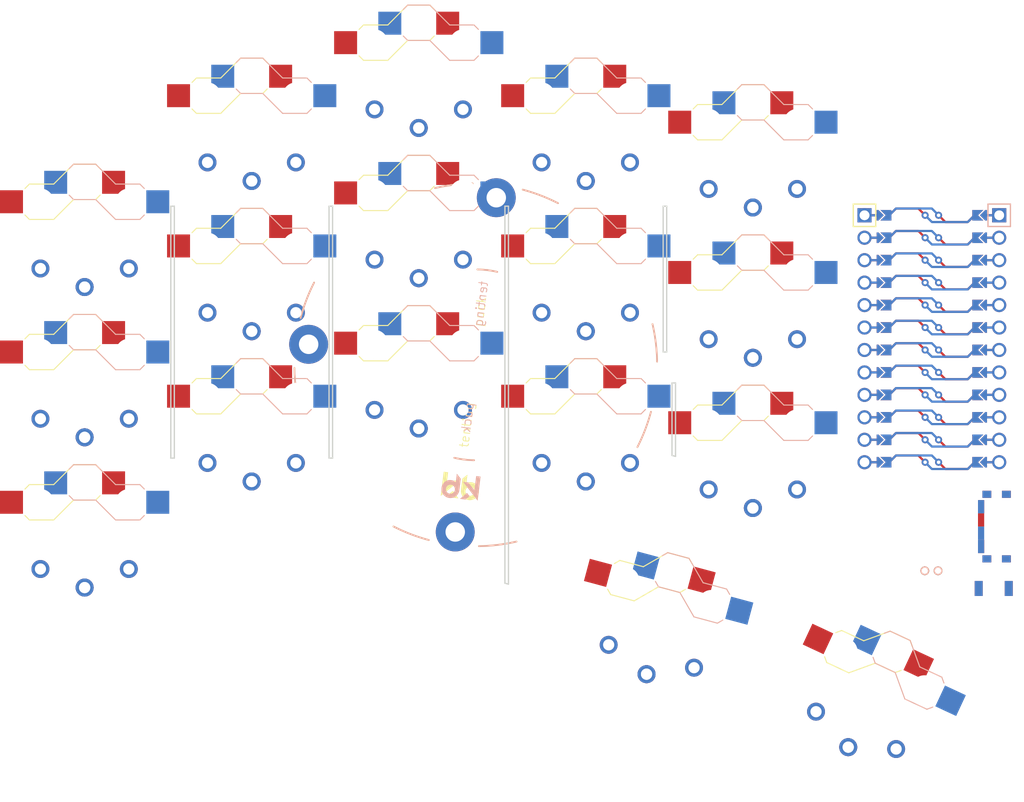
<source format=kicad_pcb>
(kicad_pcb (version 20211014) (generator pcbnew)
  (title_block (title "ferris") (rev "v1.0.0") (company "Unknown"))
  (layers (0 "F.Cu" signal) (31 "B.Cu" signal) (34 "B.Paste" user) (35 "F.Paste" user) (36 "B.SilkS" user "B.Silkscreen") (37 "F.SilkS" user "F.Silkscreen") (38 "B.Mask" user) (39 "F.Mask" user) (44 "Edge.Cuts" user))
  (net 0 "")
  (net 1 "P8")
  (net 2 "GND")
  (net 3 "P5")
  (net 4 "P2")
  (net 5 "P14")
  (net 6 "P18")
  (net 7 "P20")
  (net 8 "P7")
  (net 9 "P4")
  (net 10 "P0")
  (net 11 "P15")
  (net 12 "P19")
  (net 13 "P21")
  (net 14 "P6")
  (net 15 "P3")
  (net 16 "P1")
  (net 17 "P9")
  (net 18 "P10")
  (net 19 "RAW")
  (net 20 "RST")
  (net 21 "VCC")
  (net 22 "P16")
  (net 23 "pos")
  (footprint PG1350 (layer F.Cu) (at 0 0 0)
    (fp_text reference "S1" hide)
    (fp_text value "" hide)
    (pad "" np_thru_hole circle (at 0 0) (size 3.429 3.429) (drill 3.429) (layers *.Cu *.Mask))
    (pad "" np_thru_hole circle (at 5.5 0) (size 1.7018 1.7018) (drill 1.7018) (layers *.Cu *.Mask))
    (pad "" np_thru_hole circle (at -5.5 0) (size 1.7018 1.7018) (drill 1.7018) (layers *.Cu *.Mask))
    (pad "" np_thru_hole circle (at 5 -3.75) (size 3 3) (drill 3) (layers *.Cu *.Mask))
    (pad "" np_thru_hole circle (at 0 -5.95) (size 3 3) (drill 3) (layers *.Cu *.Mask))
    (pad 1 smd rect (at -3.275 -5.95 0) (size 2.6 2.6) (layers B.Cu B.Paste B.Mask) (net 1 "P8"))
    (pad 2 smd rect (at 8.275 -3.75 0) (size 2.6 2.6) (layers B.Cu B.Paste B.Mask) (net 2 "GND"))
    (pad "" np_thru_hole circle (at -5 -3.75) (size 3 3) (drill 3) (layers *.Cu *.Mask))
    (pad "" np_thru_hole circle (at 0 -5.95) (size 3 3) (drill 3) (layers *.Cu *.Mask))
    (pad 1 smd rect (at 3.275 -5.95 0) (size 2.6 2.6) (layers F.Cu F.Paste F.Mask) (net 1 "P8"))
    (pad 2 smd rect (at -8.275 -3.75 0) (size 2.6 2.6) (layers F.Cu F.Paste F.Mask) (net 2 "GND"))
  )
  (footprint PG1350 (layer F.Cu) (at 0 -17 0)
    (fp_text reference "S2" hide)
    (fp_text value "" hide)
    (pad "" np_thru_hole circle (at 0 0) (size 3.429 3.429) (drill 3.429) (layers *.Cu *.Mask))
    (pad "" np_thru_hole circle (at 5.5 0) (size 1.7018 1.7018) (drill 1.7018) (layers *.Cu *.Mask))
    (pad "" np_thru_hole circle (at -5.5 0) (size 1.7018 1.7018) (drill 1.7018) (layers *.Cu *.Mask))
    (pad "" np_thru_hole circle (at 5 -3.75) (size 3 3) (drill 3) (layers *.Cu *.Mask))
    (pad "" np_thru_hole circle (at 0 -5.95) (size 3 3) (drill 3) (layers *.Cu *.Mask))
    (pad 1 smd rect (at -3.275 -5.95 0) (size 2.6 2.6) (layers B.Cu B.Paste B.Mask) (net 3 "P5"))
    (pad 2 smd rect (at 8.275 -3.75 0) (size 2.6 2.6) (layers B.Cu B.Paste B.Mask) (net 2 "GND"))
    (pad "" np_thru_hole circle (at -5 -3.75) (size 3 3) (drill 3) (layers *.Cu *.Mask))
    (pad "" np_thru_hole circle (at 0 -5.95) (size 3 3) (drill 3) (layers *.Cu *.Mask))
    (pad 1 smd rect (at 3.275 -5.95 0) (size 2.6 2.6) (layers F.Cu F.Paste F.Mask) (net 3 "P5"))
    (pad 2 smd rect (at -8.275 -3.75 0) (size 2.6 2.6) (layers F.Cu F.Paste F.Mask) (net 2 "GND"))
  )
  (footprint PG1350 (layer F.Cu) (at 0 -34 0)
    (fp_text reference "S3" hide)
    (fp_text value "" hide)
    (pad "" np_thru_hole circle (at 0 0) (size 3.429 3.429) (drill 3.429) (layers *.Cu *.Mask))
    (pad "" np_thru_hole circle (at 5.5 0) (size 1.7018 1.7018) (drill 1.7018) (layers *.Cu *.Mask))
    (pad "" np_thru_hole circle (at -5.5 0) (size 1.7018 1.7018) (drill 1.7018) (layers *.Cu *.Mask))
    (pad "" np_thru_hole circle (at 5 -3.75) (size 3 3) (drill 3) (layers *.Cu *.Mask))
    (pad "" np_thru_hole circle (at 0 -5.95) (size 3 3) (drill 3) (layers *.Cu *.Mask))
    (pad 1 smd rect (at -3.275 -5.95 0) (size 2.6 2.6) (layers B.Cu B.Paste B.Mask) (net 4 "P2"))
    (pad 2 smd rect (at 8.275 -3.75 0) (size 2.6 2.6) (layers B.Cu B.Paste B.Mask) (net 2 "GND"))
    (pad "" np_thru_hole circle (at -5 -3.75) (size 3 3) (drill 3) (layers *.Cu *.Mask))
    (pad "" np_thru_hole circle (at 0 -5.95) (size 3 3) (drill 3) (layers *.Cu *.Mask))
    (pad 1 smd rect (at 3.275 -5.95 0) (size 2.6 2.6) (layers F.Cu F.Paste F.Mask) (net 4 "P2"))
    (pad 2 smd rect (at -8.275 -3.75 0) (size 2.6 2.6) (layers F.Cu F.Paste F.Mask) (net 2 "GND"))
  )
  (footprint PG1350 (layer F.Cu) (at 18.9 -12 0)
    (fp_text reference "S4" hide)
    (fp_text value "" hide)
    (pad "" np_thru_hole circle (at 0 0) (size 3.429 3.429) (drill 3.429) (layers *.Cu *.Mask))
    (pad "" np_thru_hole circle (at 5.5 0) (size 1.7018 1.7018) (drill 1.7018) (layers *.Cu *.Mask))
    (pad "" np_thru_hole circle (at -5.5 0) (size 1.7018 1.7018) (drill 1.7018) (layers *.Cu *.Mask))
    (pad "" np_thru_hole circle (at 5 -3.75) (size 3 3) (drill 3) (layers *.Cu *.Mask))
    (pad "" np_thru_hole circle (at 0 -5.95) (size 3 3) (drill 3) (layers *.Cu *.Mask))
    (pad 1 smd rect (at -3.275 -5.95 0) (size 2.6 2.6) (layers B.Cu B.Paste B.Mask) (net 5 "P14"))
    (pad 2 smd rect (at 8.275 -3.75 0) (size 2.6 2.6) (layers B.Cu B.Paste B.Mask) (net 2 "GND"))
    (pad "" np_thru_hole circle (at -5 -3.75) (size 3 3) (drill 3) (layers *.Cu *.Mask))
    (pad "" np_thru_hole circle (at 0 -5.95) (size 3 3) (drill 3) (layers *.Cu *.Mask))
    (pad 1 smd rect (at 3.275 -5.95 0) (size 2.6 2.6) (layers F.Cu F.Paste F.Mask) (net 5 "P14"))
    (pad 2 smd rect (at -8.275 -3.75 0) (size 2.6 2.6) (layers F.Cu F.Paste F.Mask) (net 2 "GND"))
  )
  (footprint PG1350 (layer F.Cu) (at 18.9 -29 0)
    (fp_text reference "S5" hide)
    (fp_text value "" hide)
    (pad "" np_thru_hole circle (at 0 0) (size 3.429 3.429) (drill 3.429) (layers *.Cu *.Mask))
    (pad "" np_thru_hole circle (at 5.5 0) (size 1.7018 1.7018) (drill 1.7018) (layers *.Cu *.Mask))
    (pad "" np_thru_hole circle (at -5.5 0) (size 1.7018 1.7018) (drill 1.7018) (layers *.Cu *.Mask))
    (pad "" np_thru_hole circle (at 5 -3.75) (size 3 3) (drill 3) (layers *.Cu *.Mask))
    (pad "" np_thru_hole circle (at 0 -5.95) (size 3 3) (drill 3) (layers *.Cu *.Mask))
    (pad 1 smd rect (at -3.275 -5.95 0) (size 2.6 2.6) (layers B.Cu B.Paste B.Mask) (net 6 "P18"))
    (pad 2 smd rect (at 8.275 -3.75 0) (size 2.6 2.6) (layers B.Cu B.Paste B.Mask) (net 2 "GND"))
    (pad "" np_thru_hole circle (at -5 -3.75) (size 3 3) (drill 3) (layers *.Cu *.Mask))
    (pad "" np_thru_hole circle (at 0 -5.95) (size 3 3) (drill 3) (layers *.Cu *.Mask))
    (pad 1 smd rect (at 3.275 -5.95 0) (size 2.6 2.6) (layers F.Cu F.Paste F.Mask) (net 6 "P18"))
    (pad 2 smd rect (at -8.275 -3.75 0) (size 2.6 2.6) (layers F.Cu F.Paste F.Mask) (net 2 "GND"))
  )
  (footprint PG1350 (layer F.Cu) (at 18.9 -46 0)
    (fp_text reference "S6" hide)
    (fp_text value "" hide)
    (pad "" np_thru_hole circle (at 0 0) (size 3.429 3.429) (drill 3.429) (layers *.Cu *.Mask))
    (pad "" np_thru_hole circle (at 5.5 0) (size 1.7018 1.7018) (drill 1.7018) (layers *.Cu *.Mask))
    (pad "" np_thru_hole circle (at -5.5 0) (size 1.7018 1.7018) (drill 1.7018) (layers *.Cu *.Mask))
    (pad "" np_thru_hole circle (at 5 -3.75) (size 3 3) (drill 3) (layers *.Cu *.Mask))
    (pad "" np_thru_hole circle (at 0 -5.95) (size 3 3) (drill 3) (layers *.Cu *.Mask))
    (pad 1 smd rect (at -3.275 -5.95 0) (size 2.6 2.6) (layers B.Cu B.Paste B.Mask) (net 7 "P20"))
    (pad 2 smd rect (at 8.275 -3.75 0) (size 2.6 2.6) (layers B.Cu B.Paste B.Mask) (net 2 "GND"))
    (pad "" np_thru_hole circle (at -5 -3.75) (size 3 3) (drill 3) (layers *.Cu *.Mask))
    (pad "" np_thru_hole circle (at 0 -5.95) (size 3 3) (drill 3) (layers *.Cu *.Mask))
    (pad 1 smd rect (at 3.275 -5.95 0) (size 2.6 2.6) (layers F.Cu F.Paste F.Mask) (net 7 "P20"))
    (pad 2 smd rect (at -8.275 -3.75 0) (size 2.6 2.6) (layers F.Cu F.Paste F.Mask) (net 2 "GND"))
  )
  (footprint PG1350 (layer F.Cu) (at 37.8 -18 0)
    (fp_text reference "S7" hide)
    (fp_text value "" hide)
    (pad "" np_thru_hole circle (at 0 0) (size 3.429 3.429) (drill 3.429) (layers *.Cu *.Mask))
    (pad "" np_thru_hole circle (at 5.5 0) (size 1.7018 1.7018) (drill 1.7018) (layers *.Cu *.Mask))
    (pad "" np_thru_hole circle (at -5.5 0) (size 1.7018 1.7018) (drill 1.7018) (layers *.Cu *.Mask))
    (pad "" np_thru_hole circle (at 5 -3.75) (size 3 3) (drill 3) (layers *.Cu *.Mask))
    (pad "" np_thru_hole circle (at 0 -5.95) (size 3 3) (drill 3) (layers *.Cu *.Mask))
    (pad 1 smd rect (at -3.275 -5.95 0) (size 2.6 2.6) (layers B.Cu B.Paste B.Mask) (net 8 "P7"))
    (pad 2 smd rect (at 8.275 -3.75 0) (size 2.6 2.6) (layers B.Cu B.Paste B.Mask) (net 2 "GND"))
    (pad "" np_thru_hole circle (at -5 -3.75) (size 3 3) (drill 3) (layers *.Cu *.Mask))
    (pad "" np_thru_hole circle (at 0 -5.95) (size 3 3) (drill 3) (layers *.Cu *.Mask))
    (pad 1 smd rect (at 3.275 -5.95 0) (size 2.6 2.6) (layers F.Cu F.Paste F.Mask) (net 8 "P7"))
    (pad 2 smd rect (at -8.275 -3.75 0) (size 2.6 2.6) (layers F.Cu F.Paste F.Mask) (net 2 "GND"))
  )
  (footprint PG1350 (layer F.Cu) (at 37.8 -35 0)
    (fp_text reference "S8" hide)
    (fp_text value "" hide)
    (pad "" np_thru_hole circle (at 0 0) (size 3.429 3.429) (drill 3.429) (layers *.Cu *.Mask))
    (pad "" np_thru_hole circle (at 5.5 0) (size 1.7018 1.7018) (drill 1.7018) (layers *.Cu *.Mask))
    (pad "" np_thru_hole circle (at -5.5 0) (size 1.7018 1.7018) (drill 1.7018) (layers *.Cu *.Mask))
    (pad "" np_thru_hole circle (at 5 -3.75) (size 3 3) (drill 3) (layers *.Cu *.Mask))
    (pad "" np_thru_hole circle (at 0 -5.95) (size 3 3) (drill 3) (layers *.Cu *.Mask))
    (pad 1 smd rect (at -3.275 -5.95 0) (size 2.6 2.6) (layers B.Cu B.Paste B.Mask) (net 9 "P4"))
    (pad 2 smd rect (at 8.275 -3.75 0) (size 2.6 2.6) (layers B.Cu B.Paste B.Mask) (net 2 "GND"))
    (pad "" np_thru_hole circle (at -5 -3.75) (size 3 3) (drill 3) (layers *.Cu *.Mask))
    (pad "" np_thru_hole circle (at 0 -5.95) (size 3 3) (drill 3) (layers *.Cu *.Mask))
    (pad 1 smd rect (at 3.275 -5.95 0) (size 2.6 2.6) (layers F.Cu F.Paste F.Mask) (net 9 "P4"))
    (pad 2 smd rect (at -8.275 -3.75 0) (size 2.6 2.6) (layers F.Cu F.Paste F.Mask) (net 2 "GND"))
  )
  (footprint PG1350 (layer F.Cu) (at 37.8 -52 0)
    (fp_text reference "S9" hide)
    (fp_text value "" hide)
    (pad "" np_thru_hole circle (at 0 0) (size 3.429 3.429) (drill 3.429) (layers *.Cu *.Mask))
    (pad "" np_thru_hole circle (at 5.5 0) (size 1.7018 1.7018) (drill 1.7018) (layers *.Cu *.Mask))
    (pad "" np_thru_hole circle (at -5.5 0) (size 1.7018 1.7018) (drill 1.7018) (layers *.Cu *.Mask))
    (pad "" np_thru_hole circle (at 5 -3.75) (size 3 3) (drill 3) (layers *.Cu *.Mask))
    (pad "" np_thru_hole circle (at 0 -5.95) (size 3 3) (drill 3) (layers *.Cu *.Mask))
    (pad 1 smd rect (at -3.275 -5.95 0) (size 2.6 2.6) (layers B.Cu B.Paste B.Mask) (net 10 "P0"))
    (pad 2 smd rect (at 8.275 -3.75 0) (size 2.6 2.6) (layers B.Cu B.Paste B.Mask) (net 2 "GND"))
    (pad "" np_thru_hole circle (at -5 -3.75) (size 3 3) (drill 3) (layers *.Cu *.Mask))
    (pad "" np_thru_hole circle (at 0 -5.95) (size 3 3) (drill 3) (layers *.Cu *.Mask))
    (pad 1 smd rect (at 3.275 -5.95 0) (size 2.6 2.6) (layers F.Cu F.Paste F.Mask) (net 10 "P0"))
    (pad 2 smd rect (at -8.275 -3.75 0) (size 2.6 2.6) (layers F.Cu F.Paste F.Mask) (net 2 "GND"))
  )
  (footprint PG1350 (layer F.Cu) (at 56.7 -12 0)
    (fp_text reference "S10" hide)
    (fp_text value "" hide)
    (pad "" np_thru_hole circle (at 0 0) (size 3.429 3.429) (drill 3.429) (layers *.Cu *.Mask))
    (pad "" np_thru_hole circle (at 5.5 0) (size 1.7018 1.7018) (drill 1.7018) (layers *.Cu *.Mask))
    (pad "" np_thru_hole circle (at -5.5 0) (size 1.7018 1.7018) (drill 1.7018) (layers *.Cu *.Mask))
    (pad "" np_thru_hole circle (at 5 -3.75) (size 3 3) (drill 3) (layers *.Cu *.Mask))
    (pad "" np_thru_hole circle (at 0 -5.95) (size 3 3) (drill 3) (layers *.Cu *.Mask))
    (pad 1 smd rect (at -3.275 -5.95 0) (size 2.6 2.6) (layers B.Cu B.Paste B.Mask) (net 11 "P15"))
    (pad 2 smd rect (at 8.275 -3.75 0) (size 2.6 2.6) (layers B.Cu B.Paste B.Mask) (net 2 "GND"))
    (pad "" np_thru_hole circle (at -5 -3.75) (size 3 3) (drill 3) (layers *.Cu *.Mask))
    (pad "" np_thru_hole circle (at 0 -5.95) (size 3 3) (drill 3) (layers *.Cu *.Mask))
    (pad 1 smd rect (at 3.275 -5.95 0) (size 2.6 2.6) (layers F.Cu F.Paste F.Mask) (net 11 "P15"))
    (pad 2 smd rect (at -8.275 -3.75 0) (size 2.6 2.6) (layers F.Cu F.Paste F.Mask) (net 2 "GND"))
  )
  (footprint PG1350 (layer F.Cu) (at 56.7 -29 0)
    (fp_text reference "S11" hide)
    (fp_text value "" hide)
    (pad "" np_thru_hole circle (at 0 0) (size 3.429 3.429) (drill 3.429) (layers *.Cu *.Mask))
    (pad "" np_thru_hole circle (at 5.5 0) (size 1.7018 1.7018) (drill 1.7018) (layers *.Cu *.Mask))
    (pad "" np_thru_hole circle (at -5.5 0) (size 1.7018 1.7018) (drill 1.7018) (layers *.Cu *.Mask))
    (pad "" np_thru_hole circle (at 5 -3.75) (size 3 3) (drill 3) (layers *.Cu *.Mask))
    (pad "" np_thru_hole circle (at 0 -5.95) (size 3 3) (drill 3) (layers *.Cu *.Mask))
    (pad 1 smd rect (at -3.275 -5.95 0) (size 2.6 2.6) (layers B.Cu B.Paste B.Mask) (net 12 "P19"))
    (pad 2 smd rect (at 8.275 -3.75 0) (size 2.6 2.6) (layers B.Cu B.Paste B.Mask) (net 2 "GND"))
    (pad "" np_thru_hole circle (at -5 -3.75) (size 3 3) (drill 3) (layers *.Cu *.Mask))
    (pad "" np_thru_hole circle (at 0 -5.95) (size 3 3) (drill 3) (layers *.Cu *.Mask))
    (pad 1 smd rect (at 3.275 -5.95 0) (size 2.6 2.6) (layers F.Cu F.Paste F.Mask) (net 12 "P19"))
    (pad 2 smd rect (at -8.275 -3.75 0) (size 2.6 2.6) (layers F.Cu F.Paste F.Mask) (net 2 "GND"))
  )
  (footprint PG1350 (layer F.Cu) (at 56.7 -46 0)
    (fp_text reference "S12" hide)
    (fp_text value "" hide)
    (pad "" np_thru_hole circle (at 0 0) (size 3.429 3.429) (drill 3.429) (layers *.Cu *.Mask))
    (pad "" np_thru_hole circle (at 5.5 0) (size 1.7018 1.7018) (drill 1.7018) (layers *.Cu *.Mask))
    (pad "" np_thru_hole circle (at -5.5 0) (size 1.7018 1.7018) (drill 1.7018) (layers *.Cu *.Mask))
    (pad "" np_thru_hole circle (at 5 -3.75) (size 3 3) (drill 3) (layers *.Cu *.Mask))
    (pad "" np_thru_hole circle (at 0 -5.95) (size 3 3) (drill 3) (layers *.Cu *.Mask))
    (pad 1 smd rect (at -3.275 -5.95 0) (size 2.6 2.6) (layers B.Cu B.Paste B.Mask) (net 13 "P21"))
    (pad 2 smd rect (at 8.275 -3.75 0) (size 2.6 2.6) (layers B.Cu B.Paste B.Mask) (net 2 "GND"))
    (pad "" np_thru_hole circle (at -5 -3.75) (size 3 3) (drill 3) (layers *.Cu *.Mask))
    (pad "" np_thru_hole circle (at 0 -5.95) (size 3 3) (drill 3) (layers *.Cu *.Mask))
    (pad 1 smd rect (at 3.275 -5.95 0) (size 2.6 2.6) (layers F.Cu F.Paste F.Mask) (net 13 "P21"))
    (pad 2 smd rect (at -8.275 -3.75 0) (size 2.6 2.6) (layers F.Cu F.Paste F.Mask) (net 2 "GND"))
  )
  (footprint PG1350 (layer F.Cu) (at 75.6 -9 0)
    (fp_text reference "S13" hide)
    (fp_text value "" hide)
    (pad "" np_thru_hole circle (at 0 0) (size 3.429 3.429) (drill 3.429) (layers *.Cu *.Mask))
    (pad "" np_thru_hole circle (at 5.5 0) (size 1.7018 1.7018) (drill 1.7018) (layers *.Cu *.Mask))
    (pad "" np_thru_hole circle (at -5.5 0) (size 1.7018 1.7018) (drill 1.7018) (layers *.Cu *.Mask))
    (pad "" np_thru_hole circle (at 5 -3.75) (size 3 3) (drill 3) (layers *.Cu *.Mask))
    (pad "" np_thru_hole circle (at 0 -5.95) (size 3 3) (drill 3) (layers *.Cu *.Mask))
    (pad 1 smd rect (at -3.275 -5.95 0) (size 2.6 2.6) (layers B.Cu B.Paste B.Mask) (net 14 "P6"))
    (pad 2 smd rect (at 8.275 -3.75 0) (size 2.6 2.6) (layers B.Cu B.Paste B.Mask) (net 2 "GND"))
    (pad "" np_thru_hole circle (at -5 -3.75) (size 3 3) (drill 3) (layers *.Cu *.Mask))
    (pad "" np_thru_hole circle (at 0 -5.95) (size 3 3) (drill 3) (layers *.Cu *.Mask))
    (pad 1 smd rect (at 3.275 -5.95 0) (size 2.6 2.6) (layers F.Cu F.Paste F.Mask) (net 14 "P6"))
    (pad 2 smd rect (at -8.275 -3.75 0) (size 2.6 2.6) (layers F.Cu F.Paste F.Mask) (net 2 "GND"))
  )
  (footprint PG1350 (layer F.Cu) (at 75.6 -26 0)
    (fp_text reference "S14" hide)
    (fp_text value "" hide)
    (pad "" np_thru_hole circle (at 0 0) (size 3.429 3.429) (drill 3.429) (layers *.Cu *.Mask))
    (pad "" np_thru_hole circle (at 5.5 0) (size 1.7018 1.7018) (drill 1.7018) (layers *.Cu *.Mask))
    (pad "" np_thru_hole circle (at -5.5 0) (size 1.7018 1.7018) (drill 1.7018) (layers *.Cu *.Mask))
    (pad "" np_thru_hole circle (at 5 -3.75) (size 3 3) (drill 3) (layers *.Cu *.Mask))
    (pad "" np_thru_hole circle (at 0 -5.95) (size 3 3) (drill 3) (layers *.Cu *.Mask))
    (pad 1 smd rect (at -3.275 -5.95 0) (size 2.6 2.6) (layers B.Cu B.Paste B.Mask) (net 15 "P3"))
    (pad 2 smd rect (at 8.275 -3.75 0) (size 2.6 2.6) (layers B.Cu B.Paste B.Mask) (net 2 "GND"))
    (pad "" np_thru_hole circle (at -5 -3.75) (size 3 3) (drill 3) (layers *.Cu *.Mask))
    (pad "" np_thru_hole circle (at 0 -5.95) (size 3 3) (drill 3) (layers *.Cu *.Mask))
    (pad 1 smd rect (at 3.275 -5.95 0) (size 2.6 2.6) (layers F.Cu F.Paste F.Mask) (net 15 "P3"))
    (pad 2 smd rect (at -8.275 -3.75 0) (size 2.6 2.6) (layers F.Cu F.Paste F.Mask) (net 2 "GND"))
  )
  (footprint PG1350 (layer F.Cu) (at 75.6 -43 0)
    (fp_text reference "S15" hide)
    (fp_text value "" hide)
    (pad "" np_thru_hole circle (at 0 0) (size 3.429 3.429) (drill 3.429) (layers *.Cu *.Mask))
    (pad "" np_thru_hole circle (at 5.5 0) (size 1.7018 1.7018) (drill 1.7018) (layers *.Cu *.Mask))
    (pad "" np_thru_hole circle (at -5.5 0) (size 1.7018 1.7018) (drill 1.7018) (layers *.Cu *.Mask))
    (pad "" np_thru_hole circle (at 5 -3.75) (size 3 3) (drill 3) (layers *.Cu *.Mask))
    (pad "" np_thru_hole circle (at 0 -5.95) (size 3 3) (drill 3) (layers *.Cu *.Mask))
    (pad 1 smd rect (at -3.275 -5.95 0) (size 2.6 2.6) (layers B.Cu B.Paste B.Mask) (net 16 "P1"))
    (pad 2 smd rect (at 8.275 -3.75 0) (size 2.6 2.6) (layers B.Cu B.Paste B.Mask) (net 2 "GND"))
    (pad "" np_thru_hole circle (at -5 -3.75) (size 3 3) (drill 3) (layers *.Cu *.Mask))
    (pad "" np_thru_hole circle (at 0 -5.95) (size 3 3) (drill 3) (layers *.Cu *.Mask))
    (pad 1 smd rect (at 3.275 -5.95 0) (size 2.6 2.6) (layers F.Cu F.Paste F.Mask) (net 16 "P1"))
    (pad 2 smd rect (at -8.275 -3.75 0) (size 2.6 2.6) (layers F.Cu F.Paste F.Mask) (net 2 "GND"))
  )
  (footprint PG1350 (layer F.Cu) (at 65.10000000000001 10 -15)
    (fp_text reference "S16" hide)
    (fp_text value "" hide)
    (pad "" np_thru_hole circle (at 0 0) (size 3.429 3.429) (drill 3.429) (layers *.Cu *.Mask))
    (pad "" np_thru_hole circle (at 5.5 0) (size 1.7018 1.7018) (drill 1.7018) (layers *.Cu *.Mask))
    (pad "" np_thru_hole circle (at -5.5 0) (size 1.7018 1.7018) (drill 1.7018) (layers *.Cu *.Mask))
    (pad "" np_thru_hole circle (at 5 -3.75) (size 3 3) (drill 3) (layers *.Cu *.Mask))
    (pad "" np_thru_hole circle (at 0 -5.95) (size 3 3) (drill 3) (layers *.Cu *.Mask))
    (pad 1 smd rect (at -3.275 -5.95 -15) (size 2.6 2.6) (layers B.Cu B.Paste B.Mask) (net 17 "P9"))
    (pad 2 smd rect (at 8.275 -3.75 -15) (size 2.6 2.6) (layers B.Cu B.Paste B.Mask) (net 2 "GND"))
    (pad "" np_thru_hole circle (at -5 -3.75) (size 3 3) (drill 3) (layers *.Cu *.Mask))
    (pad "" np_thru_hole circle (at 0 -5.95) (size 3 3) (drill 3) (layers *.Cu *.Mask))
    (pad 1 smd rect (at 3.275 -5.95 -15) (size 2.6 2.6) (layers F.Cu F.Paste F.Mask) (net 17 "P9"))
    (pad 2 smd rect (at -8.275 -3.75 -15) (size 2.6 2.6) (layers F.Cu F.Paste F.Mask) (net 2 "GND"))
  )
  (footprint PG1350 (layer F.Cu) (at 88.88228170000001 18.608639699999998 -25)
    (fp_text reference "S17" hide)
    (fp_text value "" hide)
    (pad "" np_thru_hole circle (at 0 0) (size 3.429 3.429) (drill 3.429) (layers *.Cu *.Mask))
    (pad "" np_thru_hole circle (at 5.5 0) (size 1.7018 1.7018) (drill 1.7018) (layers *.Cu *.Mask))
    (pad "" np_thru_hole circle (at -5.5 0) (size 1.7018 1.7018) (drill 1.7018) (layers *.Cu *.Mask))
    (pad "" np_thru_hole circle (at 5 -3.75) (size 3 3) (drill 3) (layers *.Cu *.Mask))
    (pad "" np_thru_hole circle (at 0 -5.95) (size 3 3) (drill 3) (layers *.Cu *.Mask))
    (pad 1 smd rect (at -3.275 -5.95 -25) (size 2.6 2.6) (layers B.Cu B.Paste B.Mask) (net 18 "P10"))
    (pad 2 smd rect (at 8.275 -3.75 -25) (size 2.6 2.6) (layers B.Cu B.Paste B.Mask) (net 2 "GND"))
    (pad "" np_thru_hole circle (at -5 -3.75) (size 3 3) (drill 3) (layers *.Cu *.Mask))
    (pad "" np_thru_hole circle (at 0 -5.95) (size 3 3) (drill 3) (layers *.Cu *.Mask))
    (pad 1 smd rect (at 3.275 -5.95 -25) (size 2.6 2.6) (layers F.Cu F.Paste F.Mask) (net 18 "P10"))
    (pad 2 smd rect (at -8.275 -3.75 -25) (size 2.6 2.6) (layers F.Cu F.Paste F.Mask) (net 2 "GND"))
  )
  (module PG1350 (layer F.Cu) (at 0 0 180)
    (fp_text reference "S18" hide)
    (fp_text value "" hide)
    (pad "" np_thru_hole circle (at 0 0) (size 3.429 3.429) (drill 3.429) (layers *.Cu *.Mask))
    (pad "" np_thru_hole circle (at 5.5 0) (size 1.7018 1.7018) (drill 1.7018) (layers *.Cu *.Mask))
    (pad "" np_thru_hole circle (at -5.5 0) (size 1.7018 1.7018) (drill 1.7018) (layers *.Cu *.Mask))
    (pad 1 thru_hole circle (at 5 -3.8) (size 2.032 2.032) (drill 1.27) (layers *.Cu *.Mask) (net 1 "P8"))
    (pad 2 thru_hole circle (at 0 -5.9) (size 2.032 2.032) (drill 1.27) (layers *.Cu *.Mask) (net 2 "GND"))
    (pad 1 thru_hole circle (at -5 -3.8) (size 2.032 2.032) (drill 1.27) (layers *.Cu *.Mask) (net 1 "P8"))
    (pad 2 thru_hole circle (at -0 -5.9) (size 2.032 2.032) (drill 1.27) (layers *.Cu *.Mask) (net 2 "GND"))
  )
  (module PG1350 (layer F.Cu) (at 0 -17 180)
    (fp_text reference "S19" hide)
    (fp_text value "" hide)
    (pad "" np_thru_hole circle (at 0 0) (size 3.429 3.429) (drill 3.429) (layers *.Cu *.Mask))
    (pad "" np_thru_hole circle (at 5.5 0) (size 1.7018 1.7018) (drill 1.7018) (layers *.Cu *.Mask))
    (pad "" np_thru_hole circle (at -5.5 0) (size 1.7018 1.7018) (drill 1.7018) (layers *.Cu *.Mask))
    (pad 1 thru_hole circle (at 5 -3.8) (size 2.032 2.032) (drill 1.27) (layers *.Cu *.Mask) (net 3 "P5"))
    (pad 2 thru_hole circle (at 0 -5.9) (size 2.032 2.032) (drill 1.27) (layers *.Cu *.Mask) (net 2 "GND"))
    (pad 1 thru_hole circle (at -5 -3.8) (size 2.032 2.032) (drill 1.27) (layers *.Cu *.Mask) (net 3 "P5"))
    (pad 2 thru_hole circle (at -0 -5.9) (size 2.032 2.032) (drill 1.27) (layers *.Cu *.Mask) (net 2 "GND"))
  )
  (module PG1350 (layer F.Cu) (at 0 -34 180)
    (fp_text reference "S20" hide)
    (fp_text value "" hide)
    (pad "" np_thru_hole circle (at 0 0) (size 3.429 3.429) (drill 3.429) (layers *.Cu *.Mask))
    (pad "" np_thru_hole circle (at 5.5 0) (size 1.7018 1.7018) (drill 1.7018) (layers *.Cu *.Mask))
    (pad "" np_thru_hole circle (at -5.5 0) (size 1.7018 1.7018) (drill 1.7018) (layers *.Cu *.Mask))
    (pad 1 thru_hole circle (at 5 -3.8) (size 2.032 2.032) (drill 1.27) (layers *.Cu *.Mask) (net 4 "P2"))
    (pad 2 thru_hole circle (at 0 -5.9) (size 2.032 2.032) (drill 1.27) (layers *.Cu *.Mask) (net 2 "GND"))
    (pad 1 thru_hole circle (at -5 -3.8) (size 2.032 2.032) (drill 1.27) (layers *.Cu *.Mask) (net 4 "P2"))
    (pad 2 thru_hole circle (at -0 -5.9) (size 2.032 2.032) (drill 1.27) (layers *.Cu *.Mask) (net 2 "GND"))
  )
  (module PG1350 (layer F.Cu) (at 18.9 -12 180)
    (fp_text reference "S21" hide)
    (fp_text value "" hide)
    (pad "" np_thru_hole circle (at 0 0) (size 3.429 3.429) (drill 3.429) (layers *.Cu *.Mask))
    (pad "" np_thru_hole circle (at 5.5 0) (size 1.7018 1.7018) (drill 1.7018) (layers *.Cu *.Mask))
    (pad "" np_thru_hole circle (at -5.5 0) (size 1.7018 1.7018) (drill 1.7018) (layers *.Cu *.Mask))
    (pad 1 thru_hole circle (at 5 -3.8) (size 2.032 2.032) (drill 1.27) (layers *.Cu *.Mask) (net 5 "P14"))
    (pad 2 thru_hole circle (at 0 -5.9) (size 2.032 2.032) (drill 1.27) (layers *.Cu *.Mask) (net 2 "GND"))
    (pad 1 thru_hole circle (at -5 -3.8) (size 2.032 2.032) (drill 1.27) (layers *.Cu *.Mask) (net 5 "P14"))
    (pad 2 thru_hole circle (at -0 -5.9) (size 2.032 2.032) (drill 1.27) (layers *.Cu *.Mask) (net 2 "GND"))
  )
  (module PG1350 (layer F.Cu) (at 18.9 -29 180)
    (fp_text reference "S22" hide)
    (fp_text value "" hide)
    (pad "" np_thru_hole circle (at 0 0) (size 3.429 3.429) (drill 3.429) (layers *.Cu *.Mask))
    (pad "" np_thru_hole circle (at 5.5 0) (size 1.7018 1.7018) (drill 1.7018) (layers *.Cu *.Mask))
    (pad "" np_thru_hole circle (at -5.5 0) (size 1.7018 1.7018) (drill 1.7018) (layers *.Cu *.Mask))
    (pad 1 thru_hole circle (at 5 -3.8) (size 2.032 2.032) (drill 1.27) (layers *.Cu *.Mask) (net 6 "P18"))
    (pad 2 thru_hole circle (at 0 -5.9) (size 2.032 2.032) (drill 1.27) (layers *.Cu *.Mask) (net 2 "GND"))
    (pad 1 thru_hole circle (at -5 -3.8) (size 2.032 2.032) (drill 1.27) (layers *.Cu *.Mask) (net 6 "P18"))
    (pad 2 thru_hole circle (at -0 -5.9) (size 2.032 2.032) (drill 1.27) (layers *.Cu *.Mask) (net 2 "GND"))
  )
  (module PG1350 (layer F.Cu) (at 18.9 -46 180)
    (fp_text reference "S23" hide)
    (fp_text value "" hide)
    (pad "" np_thru_hole circle (at 0 0) (size 3.429 3.429) (drill 3.429) (layers *.Cu *.Mask))
    (pad "" np_thru_hole circle (at 5.5 0) (size 1.7018 1.7018) (drill 1.7018) (layers *.Cu *.Mask))
    (pad "" np_thru_hole circle (at -5.5 0) (size 1.7018 1.7018) (drill 1.7018) (layers *.Cu *.Mask))
    (pad 1 thru_hole circle (at 5 -3.8) (size 2.032 2.032) (drill 1.27) (layers *.Cu *.Mask) (net 7 "P20"))
    (pad 2 thru_hole circle (at 0 -5.9) (size 2.032 2.032) (drill 1.27) (layers *.Cu *.Mask) (net 2 "GND"))
    (pad 1 thru_hole circle (at -5 -3.8) (size 2.032 2.032) (drill 1.27) (layers *.Cu *.Mask) (net 7 "P20"))
    (pad 2 thru_hole circle (at -0 -5.9) (size 2.032 2.032) (drill 1.27) (layers *.Cu *.Mask) (net 2 "GND"))
  )
  (module PG1350 (layer F.Cu) (at 37.8 -18 180)
    (fp_text reference "S24" hide)
    (fp_text value "" hide)
    (pad "" np_thru_hole circle (at 0 0) (size 3.429 3.429) (drill 3.429) (layers *.Cu *.Mask))
    (pad "" np_thru_hole circle (at 5.5 0) (size 1.7018 1.7018) (drill 1.7018) (layers *.Cu *.Mask))
    (pad "" np_thru_hole circle (at -5.5 0) (size 1.7018 1.7018) (drill 1.7018) (layers *.Cu *.Mask))
    (pad 1 thru_hole circle (at 5 -3.8) (size 2.032 2.032) (drill 1.27) (layers *.Cu *.Mask) (net 8 "P7"))
    (pad 2 thru_hole circle (at 0 -5.9) (size 2.032 2.032) (drill 1.27) (layers *.Cu *.Mask) (net 2 "GND"))
    (pad 1 thru_hole circle (at -5 -3.8) (size 2.032 2.032) (drill 1.27) (layers *.Cu *.Mask) (net 8 "P7"))
    (pad 2 thru_hole circle (at -0 -5.9) (size 2.032 2.032) (drill 1.27) (layers *.Cu *.Mask) (net 2 "GND"))
  )
  (module PG1350 (layer F.Cu) (at 37.8 -35 180)
    (fp_text reference "S25" hide)
    (fp_text value "" hide)
    (pad "" np_thru_hole circle (at 0 0) (size 3.429 3.429) (drill 3.429) (layers *.Cu *.Mask))
    (pad "" np_thru_hole circle (at 5.5 0) (size 1.7018 1.7018) (drill 1.7018) (layers *.Cu *.Mask))
    (pad "" np_thru_hole circle (at -5.5 0) (size 1.7018 1.7018) (drill 1.7018) (layers *.Cu *.Mask))
    (pad 1 thru_hole circle (at 5 -3.8) (size 2.032 2.032) (drill 1.27) (layers *.Cu *.Mask) (net 9 "P4"))
    (pad 2 thru_hole circle (at 0 -5.9) (size 2.032 2.032) (drill 1.27) (layers *.Cu *.Mask) (net 2 "GND"))
    (pad 1 thru_hole circle (at -5 -3.8) (size 2.032 2.032) (drill 1.27) (layers *.Cu *.Mask) (net 9 "P4"))
    (pad 2 thru_hole circle (at -0 -5.9) (size 2.032 2.032) (drill 1.27) (layers *.Cu *.Mask) (net 2 "GND"))
  )
  (module PG1350 (layer F.Cu) (at 37.8 -52 180)
    (fp_text reference "S26" hide)
    (fp_text value "" hide)
    (pad "" np_thru_hole circle (at 0 0) (size 3.429 3.429) (drill 3.429) (layers *.Cu *.Mask))
    (pad "" np_thru_hole circle (at 5.5 0) (size 1.7018 1.7018) (drill 1.7018) (layers *.Cu *.Mask))
    (pad "" np_thru_hole circle (at -5.5 0) (size 1.7018 1.7018) (drill 1.7018) (layers *.Cu *.Mask))
    (pad 1 thru_hole circle (at 5 -3.8) (size 2.032 2.032) (drill 1.27) (layers *.Cu *.Mask) (net 10 "P0"))
    (pad 2 thru_hole circle (at 0 -5.9) (size 2.032 2.032) (drill 1.27) (layers *.Cu *.Mask) (net 2 "GND"))
    (pad 1 thru_hole circle (at -5 -3.8) (size 2.032 2.032) (drill 1.27) (layers *.Cu *.Mask) (net 10 "P0"))
    (pad 2 thru_hole circle (at -0 -5.9) (size 2.032 2.032) (drill 1.27) (layers *.Cu *.Mask) (net 2 "GND"))
  )
  (module PG1350 (layer F.Cu) (at 56.7 -12 180)
    (fp_text reference "S27" hide)
    (fp_text value "" hide)
    (pad "" np_thru_hole circle (at 0 0) (size 3.429 3.429) (drill 3.429) (layers *.Cu *.Mask))
    (pad "" np_thru_hole circle (at 5.5 0) (size 1.7018 1.7018) (drill 1.7018) (layers *.Cu *.Mask))
    (pad "" np_thru_hole circle (at -5.5 0) (size 1.7018 1.7018) (drill 1.7018) (layers *.Cu *.Mask))
    (pad 1 thru_hole circle (at 5 -3.8) (size 2.032 2.032) (drill 1.27) (layers *.Cu *.Mask) (net 11 "P15"))
    (pad 2 thru_hole circle (at 0 -5.9) (size 2.032 2.032) (drill 1.27) (layers *.Cu *.Mask) (net 2 "GND"))
    (pad 1 thru_hole circle (at -5 -3.8) (size 2.032 2.032) (drill 1.27) (layers *.Cu *.Mask) (net 11 "P15"))
    (pad 2 thru_hole circle (at -0 -5.9) (size 2.032 2.032) (drill 1.27) (layers *.Cu *.Mask) (net 2 "GND"))
  )
  (module PG1350 (layer F.Cu) (at 56.7 -29 180)
    (fp_text reference "S28" hide)
    (fp_text value "" hide)
    (pad "" np_thru_hole circle (at 0 0) (size 3.429 3.429) (drill 3.429) (layers *.Cu *.Mask))
    (pad "" np_thru_hole circle (at 5.5 0) (size 1.7018 1.7018) (drill 1.7018) (layers *.Cu *.Mask))
    (pad "" np_thru_hole circle (at -5.5 0) (size 1.7018 1.7018) (drill 1.7018) (layers *.Cu *.Mask))
    (pad 1 thru_hole circle (at 5 -3.8) (size 2.032 2.032) (drill 1.27) (layers *.Cu *.Mask) (net 12 "P19"))
    (pad 2 thru_hole circle (at 0 -5.9) (size 2.032 2.032) (drill 1.27) (layers *.Cu *.Mask) (net 2 "GND"))
    (pad 1 thru_hole circle (at -5 -3.8) (size 2.032 2.032) (drill 1.27) (layers *.Cu *.Mask) (net 12 "P19"))
    (pad 2 thru_hole circle (at -0 -5.9) (size 2.032 2.032) (drill 1.27) (layers *.Cu *.Mask) (net 2 "GND"))
  )
  (module PG1350 (layer F.Cu) (at 56.7 -46 180)
    (fp_text reference "S29" hide)
    (fp_text value "" hide)
    (pad "" np_thru_hole circle (at 0 0) (size 3.429 3.429) (drill 3.429) (layers *.Cu *.Mask))
    (pad "" np_thru_hole circle (at 5.5 0) (size 1.7018 1.7018) (drill 1.7018) (layers *.Cu *.Mask))
    (pad "" np_thru_hole circle (at -5.5 0) (size 1.7018 1.7018) (drill 1.7018) (layers *.Cu *.Mask))
    (pad 1 thru_hole circle (at 5 -3.8) (size 2.032 2.032) (drill 1.27) (layers *.Cu *.Mask) (net 13 "P21"))
    (pad 2 thru_hole circle (at 0 -5.9) (size 2.032 2.032) (drill 1.27) (layers *.Cu *.Mask) (net 2 "GND"))
    (pad 1 thru_hole circle (at -5 -3.8) (size 2.032 2.032) (drill 1.27) (layers *.Cu *.Mask) (net 13 "P21"))
    (pad 2 thru_hole circle (at -0 -5.9) (size 2.032 2.032) (drill 1.27) (layers *.Cu *.Mask) (net 2 "GND"))
  )
  (module PG1350 (layer F.Cu) (at 75.6 -9 180)
    (fp_text reference "S30" hide)
    (fp_text value "" hide)
    (pad "" np_thru_hole circle (at 0 0) (size 3.429 3.429) (drill 3.429) (layers *.Cu *.Mask))
    (pad "" np_thru_hole circle (at 5.5 0) (size 1.7018 1.7018) (drill 1.7018) (layers *.Cu *.Mask))
    (pad "" np_thru_hole circle (at -5.5 0) (size 1.7018 1.7018) (drill 1.7018) (layers *.Cu *.Mask))
    (pad 1 thru_hole circle (at 5 -3.8) (size 2.032 2.032) (drill 1.27) (layers *.Cu *.Mask) (net 14 "P6"))
    (pad 2 thru_hole circle (at 0 -5.9) (size 2.032 2.032) (drill 1.27) (layers *.Cu *.Mask) (net 2 "GND"))
    (pad 1 thru_hole circle (at -5 -3.8) (size 2.032 2.032) (drill 1.27) (layers *.Cu *.Mask) (net 14 "P6"))
    (pad 2 thru_hole circle (at -0 -5.9) (size 2.032 2.032) (drill 1.27) (layers *.Cu *.Mask) (net 2 "GND"))
  )
  (module PG1350 (layer F.Cu) (at 75.6 -26 180)
    (fp_text reference "S31" hide)
    (fp_text value "" hide)
    (pad "" np_thru_hole circle (at 0 0) (size 3.429 3.429) (drill 3.429) (layers *.Cu *.Mask))
    (pad "" np_thru_hole circle (at 5.5 0) (size 1.7018 1.7018) (drill 1.7018) (layers *.Cu *.Mask))
    (pad "" np_thru_hole circle (at -5.5 0) (size 1.7018 1.7018) (drill 1.7018) (layers *.Cu *.Mask))
    (pad 1 thru_hole circle (at 5 -3.8) (size 2.032 2.032) (drill 1.27) (layers *.Cu *.Mask) (net 15 "P3"))
    (pad 2 thru_hole circle (at 0 -5.9) (size 2.032 2.032) (drill 1.27) (layers *.Cu *.Mask) (net 2 "GND"))
    (pad 1 thru_hole circle (at -5 -3.8) (size 2.032 2.032) (drill 1.27) (layers *.Cu *.Mask) (net 15 "P3"))
    (pad 2 thru_hole circle (at -0 -5.9) (size 2.032 2.032) (drill 1.27) (layers *.Cu *.Mask) (net 2 "GND"))
  )
  (module PG1350 (layer F.Cu) (at 75.6 -43 180)
    (fp_text reference "S32" hide)
    (fp_text value "" hide)
    (pad "" np_thru_hole circle (at 0 0) (size 3.429 3.429) (drill 3.429) (layers *.Cu *.Mask))
    (pad "" np_thru_hole circle (at 5.5 0) (size 1.7018 1.7018) (drill 1.7018) (layers *.Cu *.Mask))
    (pad "" np_thru_hole circle (at -5.5 0) (size 1.7018 1.7018) (drill 1.7018) (layers *.Cu *.Mask))
    (pad 1 thru_hole circle (at 5 -3.8) (size 2.032 2.032) (drill 1.27) (layers *.Cu *.Mask) (net 16 "P1"))
    (pad 2 thru_hole circle (at 0 -5.9) (size 2.032 2.032) (drill 1.27) (layers *.Cu *.Mask) (net 2 "GND"))
    (pad 1 thru_hole circle (at -5 -3.8) (size 2.032 2.032) (drill 1.27) (layers *.Cu *.Mask) (net 16 "P1"))
    (pad 2 thru_hole circle (at -0 -5.9) (size 2.032 2.032) (drill 1.27) (layers *.Cu *.Mask) (net 2 "GND"))
  )
  (module PG1350 (layer F.Cu) (at 65.10000000000001 10 165)
    (fp_text reference "S33" hide)
    (fp_text value "" hide)
    (pad "" np_thru_hole circle (at 0 0) (size 3.429 3.429) (drill 3.429) (layers *.Cu *.Mask))
    (pad "" np_thru_hole circle (at 5.5 0) (size 1.7018 1.7018) (drill 1.7018) (layers *.Cu *.Mask))
    (pad "" np_thru_hole circle (at -5.5 0) (size 1.7018 1.7018) (drill 1.7018) (layers *.Cu *.Mask))
    (pad 1 thru_hole circle (at 5 -3.8) (size 2.032 2.032) (drill 1.27) (layers *.Cu *.Mask) (net 17 "P9"))
    (pad 2 thru_hole circle (at 0 -5.9) (size 2.032 2.032) (drill 1.27) (layers *.Cu *.Mask) (net 2 "GND"))
    (pad 1 thru_hole circle (at -5 -3.8) (size 2.032 2.032) (drill 1.27) (layers *.Cu *.Mask) (net 17 "P9"))
    (pad 2 thru_hole circle (at -0 -5.9) (size 2.032 2.032) (drill 1.27) (layers *.Cu *.Mask) (net 2 "GND"))
  )
  (module PG1350 (layer F.Cu) (at 88.88228170000001 18.608639699999998 155)
    (fp_text reference "S34" hide)
    (fp_text value "" hide)
    (pad "" np_thru_hole circle (at 0 0) (size 3.429 3.429) (drill 3.429) (layers *.Cu *.Mask))
    (pad "" np_thru_hole circle (at 5.5 0) (size 1.7018 1.7018) (drill 1.7018) (layers *.Cu *.Mask))
    (pad "" np_thru_hole circle (at -5.5 0) (size 1.7018 1.7018) (drill 1.7018) (layers *.Cu *.Mask))
    (pad 1 thru_hole circle (at 5 -3.8) (size 2.032 2.032) (drill 1.27) (layers *.Cu *.Mask) (net 18 "P10"))
    (pad 2 thru_hole circle (at 0 -5.9) (size 2.032 2.032) (drill 1.27) (layers *.Cu *.Mask) (net 2 "GND"))
    (pad 1 thru_hole circle (at -5 -3.8) (size 2.032 2.032) (drill 1.27) (layers *.Cu *.Mask) (net 18 "P10"))
    (pad 2 thru_hole circle (at -0 -5.9) (size 2.032 2.032) (drill 1.27) (layers *.Cu *.Mask) (net 2 "GND"))
  )
  (module ProMicro (layer F.Cu) (at 95.85 -22.25 -90)
    (fp_text reference "MCU1" hide)
    (pad 2 smd custom (at -11.43 -0.762 -90) (size 0.25 0.25) (layers F.Cu) (options (clearance outline) (anchor circle)) (primitives (gr_line (start 0 0) (end 0.766 -0.766) (width 0.25)) (gr_line (start 0.766 -0.766) (end 0.766 -3.298) (width 0.25)) (gr_line (start 0.766 -3.298) (end 0 -4.064) (width 0.25))) (net 2 "GND"))
    (pad "" thru_hole circle (at -13.97 7.62) (size 1.6 1.6) (drill 1.1) (layers *.Cu *.Mask))
    (pad "" thru_hole circle (at -11.43 7.62) (size 1.6 1.6) (drill 1.1) (layers *.Cu *.Mask))
    (pad "" thru_hole circle (at -8.89 7.62) (size 1.6 1.6) (drill 1.1) (layers *.Cu *.Mask))
    (pad "" thru_hole circle (at -6.35 7.62) (size 1.6 1.6) (drill 1.1) (layers *.Cu *.Mask))
    (pad "" thru_hole circle (at -3.81 7.62) (size 1.6 1.6) (drill 1.1) (layers *.Cu *.Mask))
    (pad "" thru_hole circle (at -1.27 7.62) (size 1.6 1.6) (drill 1.1) (layers *.Cu *.Mask))
    (pad "" thru_hole circle (at 1.27 7.62) (size 1.6 1.6) (drill 1.1) (layers *.Cu *.Mask))
    (pad "" thru_hole circle (at 3.81 7.62) (size 1.6 1.6) (drill 1.1) (layers *.Cu *.Mask))
    (pad "" thru_hole circle (at 6.35 7.62) (size 1.6 1.6) (drill 1.1) (layers *.Cu *.Mask))
    (pad "" thru_hole circle (at 8.89 7.62) (size 1.6 1.6) (drill 1.1) (layers *.Cu *.Mask))
    (pad "" thru_hole circle (at 11.43 7.62) (size 1.6 1.6) (drill 1.1) (layers *.Cu *.Mask))
    (pad "" thru_hole circle (at 13.97 7.62) (size 1.6 1.6) (drill 1.1) (layers *.Cu *.Mask))
    (pad "" thru_hole circle (at 13.97 -7.62) (size 1.6 1.6) (drill 1.1) (layers *.Cu *.Mask))
    (pad "" thru_hole circle (at 11.43 -7.62) (size 1.6 1.6) (drill 1.1) (layers *.Cu *.Mask))
    (pad "" thru_hole circle (at 8.89 -7.62) (size 1.6 1.6) (drill 1.1) (layers *.Cu *.Mask))
    (pad "" thru_hole circle (at 6.35 -7.62) (size 1.6 1.6) (drill 1.1) (layers *.Cu *.Mask))
    (pad "" thru_hole circle (at 3.81 -7.62) (size 1.6 1.6) (drill 1.1) (layers *.Cu *.Mask))
    (pad "" thru_hole circle (at 1.27 -7.62) (size 1.6 1.6) (drill 1.1) (layers *.Cu *.Mask))
    (pad "" thru_hole circle (at -1.27 -7.62) (size 1.6 1.6) (drill 1.1) (layers *.Cu *.Mask))
    (pad "" thru_hole circle (at -3.81 -7.62) (size 1.6 1.6) (drill 1.1) (layers *.Cu *.Mask))
    (pad "" thru_hole circle (at -6.35 -7.62) (size 1.6 1.6) (drill 1.1) (layers *.Cu *.Mask))
    (pad "" thru_hole circle (at -8.89 -7.62) (size 1.6 1.6) (drill 1.1) (layers *.Cu *.Mask))
    (pad "" thru_hole circle (at -11.43 -7.62) (size 1.6 1.6) (drill 1.1) (layers *.Cu *.Mask))
    (pad "" thru_hole circle (at -13.97 -7.62) (size 1.6 1.6) (drill 1.1) (layers *.Cu *.Mask))
    (pad "" smd custom (at -13.97 5.842 90) (size 0.1 0.1) (layers F.Cu F.Mask) (clearance 0.1) (options (clearance outline) (anchor rect)) (primitives (gr_poly (pts (xy 0.6 -0.4) (xy -0.6 -0.4) (xy -0.6 -0.2) (xy 0 0.4) (xy 0.6 -0.2)) (width 0))))
    (pad 24 smd custom (at -13.97 4.826 90) (size 1.2 0.5) (layers F.Cu F.Mask) (net 16 "P1") (clearance 0.1) (options (clearance outline) (anchor rect)) (primitives (gr_poly (pts (xy 0.6 0) (xy -0.6 0) (xy -0.6 -1) (xy 0 -0.4) (xy 0.6 -1)) (width 0))))
    (pad "" smd custom (at -13.97 6.35 90) (size 0.25 1) (layers F.Cu) (options (clearance outline) (anchor rect)) (primitives))
    (pad "" thru_hole rect (at -13.97 7.62 -90) (size 1.6 1.6) (drill 1.1) (layers F.Cu F.Mask))
    (pad "" thru_hole rect (at -13.97 -7.62 -90) (size 1.6 1.6) (drill 1.1) (layers B.Cu B.Mask))
    (pad "" smd custom (at -11.43 6.35 90) (size 0.25 1) (layers F.Cu) (options (clearance outline) (anchor rect)) (primitives))
    (pad "" smd custom (at -11.43 5.842 90) (size 0.1 0.1) (layers F.Cu F.Mask) (clearance 0.1) (options (clearance outline) (anchor rect)) (primitives (gr_poly (pts (xy 0.6 -0.4) (xy -0.6 -0.4) (xy -0.6 -0.2) (xy 0 0.4) (xy 0.6 -0.2)) (width 0))))
    (pad 23 smd custom (at -11.43 4.826 90) (size 1.2 0.5) (layers F.Cu F.Mask) (net 10 "P0") (clearance 0.1) (options (clearance outline) (anchor rect)) (primitives (gr_poly (pts (xy 0.6 0) (xy -0.6 0) (xy -0.6 -1) (xy 0 -0.4) (xy 0.6 -1)) (width 0))))
    (pad "" smd custom (at -8.89 6.35 90) (size 0.25 1) (layers F.Cu) (options (clearance outline) (anchor rect)) (primitives))
    (pad "" smd custom (at -8.89 5.842 90) (size 0.1 0.1) (layers F.Cu F.Mask) (clearance 0.1) (options (clearance outline) (anchor rect)) (primitives (gr_poly (pts (xy 0.6 -0.4) (xy -0.6 -0.4) (xy -0.6 -0.2) (xy 0 0.4) (xy 0.6 -0.2)) (width 0))))
    (pad 22 smd custom (at -8.89 4.826 90) (size 1.2 0.5) (layers F.Cu F.Mask) (net 2 "GND") (clearance 0.1) (options (clearance outline) (anchor rect)) (primitives (gr_poly (pts (xy 0.6 0) (xy -0.6 0) (xy -0.6 -1) (xy 0 -0.4) (xy 0.6 -1)) (width 0))))
    (pad "" smd custom (at -6.35 6.35 90) (size 0.25 1) (layers F.Cu) (options (clearance outline) (anchor rect)) (primitives))
    (pad "" smd custom (at -6.35 5.842 90) (size 0.1 0.1) (layers F.Cu F.Mask) (clearance 0.1) (options (clearance outline) (anchor rect)) (primitives (gr_poly (pts (xy 0.6 -0.4) (xy -0.6 -0.4) (xy -0.6 -0.2) (xy 0 0.4) (xy 0.6 -0.2)) (width 0))))
    (pad 21 smd custom (at -6.35 4.826 90) (size 1.2 0.5) (layers F.Cu F.Mask) (net 2 "GND") (clearance 0.1) (options (clearance outline) (anchor rect)) (primitives (gr_poly (pts (xy 0.6 0) (xy -0.6 0) (xy -0.6 -1) (xy 0 -0.4) (xy 0.6 -1)) (width 0))))
    (pad "" smd custom (at -3.81 6.35 90) (size 0.25 1) (layers F.Cu) (options (clearance outline) (anchor rect)) (primitives))
    (pad "" smd custom (at -3.81 5.842 90) (size 0.1 0.1) (layers F.Cu F.Mask) (clearance 0.1) (options (clearance outline) (anchor rect)) (primitives (gr_poly (pts (xy 0.6 -0.4) (xy -0.6 -0.4) (xy -0.6 -0.2) (xy 0 0.4) (xy 0.6 -0.2)) (width 0))))
    (pad 20 smd custom (at -3.81 4.826 90) (size 1.2 0.5) (layers F.Cu F.Mask) (net 4 "P2") (clearance 0.1) (options (clearance outline) (anchor rect)) (primitives (gr_poly (pts (xy 0.6 0) (xy -0.6 0) (xy -0.6 -1) (xy 0 -0.4) (xy 0.6 -1)) (width 0))))
    (pad "" smd custom (at -1.27 6.35 90) (size 0.25 1) (layers F.Cu) (options (clearance outline) (anchor rect)) (primitives))
    (pad "" smd custom (at -1.27 5.842 90) (size 0.1 0.1) (layers F.Cu F.Mask) (clearance 0.1) (options (clearance outline) (anchor rect)) (primitives (gr_poly (pts (xy 0.6 -0.4) (xy -0.6 -0.4) (xy -0.6 -0.2) (xy 0 0.4) (xy 0.6 -0.2)) (width 0))))
    (pad 19 smd custom (at -1.27 4.826 90) (size 1.2 0.5) (layers F.Cu F.Mask) (net 15 "P3") (clearance 0.1) (options (clearance outline) (anchor rect)) (primitives (gr_poly (pts (xy 0.6 0) (xy -0.6 0) (xy -0.6 -1) (xy 0 -0.4) (xy 0.6 -1)) (width 0))))
    (pad "" smd custom (at 1.27 6.35 90) (size 0.25 1) (layers F.Cu) (options (clearance outline) (anchor rect)) (primitives))
    (pad "" smd custom (at 1.27 5.842 90) (size 0.1 0.1) (layers F.Cu F.Mask) (clearance 0.1) (options (clearance outline) (anchor rect)) (primitives (gr_poly (pts (xy 0.6 -0.4) (xy -0.6 -0.4) (xy -0.6 -0.2) (xy 0 0.4) (xy 0.6 -0.2)) (width 0))))
    (pad 18 smd custom (at 1.27 4.826 90) (size 1.2 0.5) (layers F.Cu F.Mask) (net 9 "P4") (clearance 0.1) (options (clearance outline) (anchor rect)) (primitives (gr_poly (pts (xy 0.6 0) (xy -0.6 0) (xy -0.6 -1) (xy 0 -0.4) (xy 0.6 -1)) (width 0))))
    (pad "" smd custom (at 3.81 6.35 90) (size 0.25 1) (layers F.Cu) (options (clearance outline) (anchor rect)) (primitives))
    (pad "" smd custom (at 3.81 5.842 90) (size 0.1 0.1) (layers F.Cu F.Mask) (clearance 0.1) (options (clearance outline) (anchor rect)) (primitives (gr_poly (pts (xy 0.6 -0.4) (xy -0.6 -0.4) (xy -0.6 -0.2) (xy 0 0.4) (xy 0.6 -0.2)) (width 0))))
    (pad 17 smd custom (at 3.81 4.826 90) (size 1.2 0.5) (layers F.Cu F.Mask) (net 3 "P5") (clearance 0.1) (options (clearance outline) (anchor rect)) (primitives (gr_poly (pts (xy 0.6 0) (xy -0.6 0) (xy -0.6 -1) (xy 0 -0.4) (xy 0.6 -1)) (width 0))))
    (pad "" smd custom (at 6.35 6.35 90) (size 0.25 1) (layers F.Cu) (options (clearance outline) (anchor rect)) (primitives))
    (pad "" smd custom (at 6.35 5.842 90) (size 0.1 0.1) (layers F.Cu F.Mask) (clearance 0.1) (options (clearance outline) (anchor rect)) (primitives (gr_poly (pts (xy 0.6 -0.4) (xy -0.6 -0.4) (xy -0.6 -0.2) (xy 0 0.4) (xy 0.6 -0.2)) (width 0))))
    (pad 16 smd custom (at 6.35 4.826 90) (size 1.2 0.5) (layers F.Cu F.Mask) (net 14 "P6") (clearance 0.1) (options (clearance outline) (anchor rect)) (primitives (gr_poly (pts (xy 0.6 0) (xy -0.6 0) (xy -0.6 -1) (xy 0 -0.4) (xy 0.6 -1)) (width 0))))
    (pad "" smd custom (at 8.89 6.35 90) (size 0.25 1) (layers F.Cu) (options (clearance outline) (anchor rect)) (primitives))
    (pad "" smd custom (at 8.89 5.842 90) (size 0.1 0.1) (layers F.Cu F.Mask) (clearance 0.1) (options (clearance outline) (anchor rect)) (primitives (gr_poly (pts (xy 0.6 -0.4) (xy -0.6 -0.4) (xy -0.6 -0.2) (xy 0 0.4) (xy 0.6 -0.2)) (width 0))))
    (pad 15 smd custom (at 8.89 4.826 90) (size 1.2 0.5) (layers F.Cu F.Mask) (net 8 "P7") (clearance 0.1) (options (clearance outline) (anchor rect)) (primitives (gr_poly (pts (xy 0.6 0) (xy -0.6 0) (xy -0.6 -1) (xy 0 -0.4) (xy 0.6 -1)) (width 0))))
    (pad "" smd custom (at 11.43 6.35 90) (size 0.25 1) (layers F.Cu) (options (clearance outline) (anchor rect)) (primitives))
    (pad "" smd custom (at 11.43 5.842 90) (size 0.1 0.1) (layers F.Cu F.Mask) (clearance 0.1) (options (clearance outline) (anchor rect)) (primitives (gr_poly (pts (xy 0.6 -0.4) (xy -0.6 -0.4) (xy -0.6 -0.2) (xy 0 0.4) (xy 0.6 -0.2)) (width 0))))
    (pad 14 smd custom (at 11.43 4.826 90) (size 1.2 0.5) (layers F.Cu F.Mask) (net 1 "P8") (clearance 0.1) (options (clearance outline) (anchor rect)) (primitives (gr_poly (pts (xy 0.6 0) (xy -0.6 0) (xy -0.6 -1) (xy 0 -0.4) (xy 0.6 -1)) (width 0))))
    (pad "" smd custom (at 13.97 6.35 90) (size 0.25 1) (layers F.Cu) (options (clearance outline) (anchor rect)) (primitives))
    (pad "" smd custom (at 13.97 5.842 90) (size 0.1 0.1) (layers F.Cu F.Mask) (clearance 0.1) (options (clearance outline) (anchor rect)) (primitives (gr_poly (pts (xy 0.6 -0.4) (xy -0.6 -0.4) (xy -0.6 -0.2) (xy 0 0.4) (xy 0.6 -0.2)) (width 0))))
    (pad 13 smd custom (at 13.97 4.826 90) (size 1.2 0.5) (layers F.Cu F.Mask) (net 17 "P9") (clearance 0.1) (options (clearance outline) (anchor rect)) (primitives (gr_poly (pts (xy 0.6 0) (xy -0.6 0) (xy -0.6 -1) (xy 0 -0.4) (xy 0.6 -1)) (width 0))))
    (pad 1 smd custom (at -13.97 -4.826 -90) (size 1.2 0.5) (layers F.Cu F.Mask) (net 19 "RAW") (clearance 0.1) (options (clearance outline) (anchor rect)) (primitives (gr_poly (pts (xy 0.6 0) (xy -0.6 0) (xy -0.6 -1) (xy 0 -0.4) (xy 0.6 -1)) (width 0))))
    (pad 3 smd custom (at -8.89 -4.826 -90) (size 1.2 0.5) (layers F.Cu F.Mask) (net 20 "RST") (clearance 0.1) (options (clearance outline) (anchor rect)) (primitives (gr_poly (pts (xy 0.6 0) (xy -0.6 0) (xy -0.6 -1) (xy 0 -0.4) (xy 0.6 -1)) (width 0))))
    (pad "" smd custom (at -8.89 -6.35 -90) (size 0.25 1) (layers F.Cu) (options (clearance outline) (anchor rect)) (primitives))
    (pad "" smd custom (at -8.89 -5.842 -90) (size 0.1 0.1) (layers F.Cu F.Mask) (clearance 0.1) (options (clearance outline) (anchor rect)) (primitives (gr_poly (pts (xy 0.6 -0.4) (xy -0.6 -0.4) (xy -0.6 -0.2) (xy 0 0.4) (xy 0.6 -0.2)) (width 0))))
    (pad "" smd custom (at -13.97 -5.842 -90) (size 0.1 0.1) (layers F.Cu F.Mask) (clearance 0.1) (options (clearance outline) (anchor rect)) (primitives (gr_poly (pts (xy 0.6 -0.4) (xy -0.6 -0.4) (xy -0.6 -0.2) (xy 0 0.4) (xy 0.6 -0.2)) (width 0))))
    (pad "" smd custom (at -11.43 -6.35 -90) (size 0.25 1) (layers F.Cu) (options (clearance outline) (anchor rect)) (primitives))
    (pad 2 smd custom (at -11.43 -4.826 -90) (size 1.2 0.5) (layers F.Cu F.Mask) (net 2 "GND") (clearance 0.1) (options (clearance outline) (anchor rect)) (primitives (gr_poly (pts (xy 0.6 0) (xy -0.6 0) (xy -0.6 -1) (xy 0 -0.4) (xy 0.6 -1)) (width 0))))
    (pad "" smd custom (at -13.97 -6.35 -90) (size 0.25 1) (layers F.Cu) (options (clearance outline) (anchor rect)) (primitives))
    (pad 4 smd custom (at -6.35 -4.826 -90) (size 1.2 0.5) (layers F.Cu F.Mask) (net 21 "VCC") (clearance 0.1) (options (clearance outline) (anchor rect)) (primitives (gr_poly (pts (xy 0.6 0) (xy -0.6 0) (xy -0.6 -1) (xy 0 -0.4) (xy 0.6 -1)) (width 0))))
    (pad "" smd custom (at -11.43 -5.842 -90) (size 0.1 0.1) (layers F.Cu F.Mask) (clearance 0.1) (options (clearance outline) (anchor rect)) (primitives (gr_poly (pts (xy 0.6 -0.4) (xy -0.6 -0.4) (xy -0.6 -0.2) (xy 0 0.4) (xy 0.6 -0.2)) (width 0))))
    (pad "" smd custom (at -6.35 -5.842 -90) (size 0.1 0.1) (layers F.Cu F.Mask) (clearance 0.1) (options (clearance outline) (anchor rect)) (primitives (gr_poly (pts (xy 0.6 -0.4) (xy -0.6 -0.4) (xy -0.6 -0.2) (xy 0 0.4) (xy 0.6 -0.2)) (width 0))))
    (pad 6 smd custom (at -1.27 -4.826 -90) (size 1.2 0.5) (layers F.Cu F.Mask) (net 7 "P20") (clearance 0.1) (options (clearance outline) (anchor rect)) (primitives (gr_poly (pts (xy 0.6 0) (xy -0.6 0) (xy -0.6 -1) (xy 0 -0.4) (xy 0.6 -1)) (width 0))))
    (pad 7 smd custom (at 1.27 -4.826 -90) (size 1.2 0.5) (layers F.Cu F.Mask) (net 12 "P19") (clearance 0.1) (options (clearance outline) (anchor rect)) (primitives (gr_poly (pts (xy 0.6 0) (xy -0.6 0) (xy -0.6 -1) (xy 0 -0.4) (xy 0.6 -1)) (width 0))))
    (pad "" smd custom (at 13.97 -6.35 -90) (size 0.25 1) (layers F.Cu) (options (clearance outline) (anchor rect)) (primitives))
    (pad "" smd custom (at 1.27 -5.842 -90) (size 0.1 0.1) (layers F.Cu F.Mask) (clearance 0.1) (options (clearance outline) (anchor rect)) (primitives (gr_poly (pts (xy 0.6 -0.4) (xy -0.6 -0.4) (xy -0.6 -0.2) (xy 0 0.4) (xy 0.6 -0.2)) (width 0))))
    (pad "" smd custom (at 8.89 -6.35 -90) (size 0.25 1) (layers F.Cu) (options (clearance outline) (anchor rect)) (primitives))
    (pad 8 smd custom (at 3.81 -4.826 -90) (size 1.2 0.5) (layers F.Cu F.Mask) (net 6 "P18") (clearance 0.1) (options (clearance outline) (anchor rect)) (primitives (gr_poly (pts (xy 0.6 0) (xy -0.6 0) (xy -0.6 -1) (xy 0 -0.4) (xy 0.6 -1)) (width 0))))
    (pad "" smd custom (at 1.27 -6.35 -90) (size 0.25 1) (layers F.Cu) (options (clearance outline) (anchor rect)) (primitives))
    (pad 12 smd custom (at 13.97 -4.826 -90) (size 1.2 0.5) (layers F.Cu F.Mask) (net 18 "P10") (clearance 0.1) (options (clearance outline) (anchor rect)) (primitives (gr_poly (pts (xy 0.6 0) (xy -0.6 0) (xy -0.6 -1) (xy 0 -0.4) (xy 0.6 -1)) (width 0))))
    (pad "" smd custom (at 3.81 -5.842 -90) (size 0.1 0.1) (layers F.Cu F.Mask) (clearance 0.1) (options (clearance outline) (anchor rect)) (primitives (gr_poly (pts (xy 0.6 -0.4) (xy -0.6 -0.4) (xy -0.6 -0.2) (xy 0 0.4) (xy 0.6 -0.2)) (width 0))))
    (pad "" smd custom (at 6.35 -6.35 -90) (size 0.25 1) (layers F.Cu) (options (clearance outline) (anchor rect)) (primitives))
    (pad "" smd custom (at 13.97 -5.842 -90) (size 0.1 0.1) (layers F.Cu F.Mask) (clearance 0.1) (options (clearance outline) (anchor rect)) (primitives (gr_poly (pts (xy 0.6 -0.4) (xy -0.6 -0.4) (xy -0.6 -0.2) (xy 0 0.4) (xy 0.6 -0.2)) (width 0))))
    (pad "" smd custom (at -3.81 -6.35 -90) (size 0.25 1) (layers F.Cu) (options (clearance outline) (anchor rect)) (primitives))
    (pad "" smd custom (at 3.81 -6.35 -90) (size 0.25 1) (layers F.Cu) (options (clearance outline) (anchor rect)) (primitives))
    (pad "" smd custom (at -1.27 -6.35 -90) (size 0.25 1) (layers F.Cu) (options (clearance outline) (anchor rect)) (primitives))
    (pad 9 smd custom (at 6.35 -4.826 -90) (size 1.2 0.5) (layers F.Cu F.Mask) (net 11 "P15") (clearance 0.1) (options (clearance outline) (anchor rect)) (primitives (gr_poly (pts (xy 0.6 0) (xy -0.6 0) (xy -0.6 -1) (xy 0 -0.4) (xy 0.6 -1)) (width 0))))
    (pad "" smd custom (at -6.35 -6.35 -90) (size 0.25 1) (layers F.Cu) (options (clearance outline) (anchor rect)) (primitives))
    (pad "" smd custom (at -3.81 -5.842 -90) (size 0.1 0.1) (layers F.Cu F.Mask) (clearance 0.1) (options (clearance outline) (anchor rect)) (primitives (gr_poly (pts (xy 0.6 -0.4) (xy -0.6 -0.4) (xy -0.6 -0.2) (xy 0 0.4) (xy 0.6 -0.2)) (width 0))))
    (pad "" smd custom (at -1.27 -5.842 -90) (size 0.1 0.1) (layers F.Cu F.Mask) (clearance 0.1) (options (clearance outline) (anchor rect)) (primitives (gr_poly (pts (xy 0.6 -0.4) (xy -0.6 -0.4) (xy -0.6 -0.2) (xy 0 0.4) (xy 0.6 -0.2)) (width 0))))
    (pad "" smd custom (at 6.35 -5.842 -90) (size 0.1 0.1) (layers F.Cu F.Mask) (clearance 0.1) (options (clearance outline) (anchor rect)) (primitives (gr_poly (pts (xy 0.6 -0.4) (xy -0.6 -0.4) (xy -0.6 -0.2) (xy 0 0.4) (xy 0.6 -0.2)) (width 0))))
    (pad 10 smd custom (at 8.89 -4.826 -90) (size 1.2 0.5) (layers F.Cu F.Mask) (net 5 "P14") (clearance 0.1) (options (clearance outline) (anchor rect)) (primitives (gr_poly (pts (xy 0.6 0) (xy -0.6 0) (xy -0.6 -1) (xy 0 -0.4) (xy 0.6 -1)) (width 0))))
    (pad "" smd custom (at 8.89 -5.842 -90) (size 0.1 0.1) (layers F.Cu F.Mask) (clearance 0.1) (options (clearance outline) (anchor rect)) (primitives (gr_poly (pts (xy 0.6 -0.4) (xy -0.6 -0.4) (xy -0.6 -0.2) (xy 0 0.4) (xy 0.6 -0.2)) (width 0))))
    (pad "" smd custom (at 11.43 -5.842 -90) (size 0.1 0.1) (layers F.Cu F.Mask) (clearance 0.1) (options (clearance outline) (anchor rect)) (primitives (gr_poly (pts (xy 0.6 -0.4) (xy -0.6 -0.4) (xy -0.6 -0.2) (xy 0 0.4) (xy 0.6 -0.2)) (width 0))))
    (pad 11 smd custom (at 11.43 -4.826 -90) (size 1.2 0.5) (layers F.Cu F.Mask) (net 22 "P16") (clearance 0.1) (options (clearance outline) (anchor rect)) (primitives (gr_poly (pts (xy 0.6 0) (xy -0.6 0) (xy -0.6 -1) (xy 0 -0.4) (xy 0.6 -1)) (width 0))))
    (pad "" smd custom (at 11.43 -6.35 -90) (size 0.25 1) (layers F.Cu) (options (clearance outline) (anchor rect)) (primitives))
    (pad 5 smd custom (at -3.81 -4.826 -90) (size 1.2 0.5) (layers F.Cu F.Mask) (net 13 "P21") (clearance 0.1) (options (clearance outline) (anchor rect)) (primitives (gr_poly (pts (xy 0.6 0) (xy -0.6 0) (xy -0.6 -1) (xy 0 -0.4) (xy 0.6 -1)) (width 0))))
    (pad "" smd custom (at -13.97 6.35 90) (size 0.25 1) (layers B.Cu) (options (clearance outline) (anchor rect)) (primitives))
    (pad 1 smd custom (at -13.97 4.826 90) (size 1.2 0.5) (layers B.Cu B.Mask) (net 19 "RAW") (clearance 0.1) (options (clearance outline) (anchor rect)) (primitives (gr_poly (pts (xy 0.6 0) (xy -0.6 0) (xy -0.6 -1) (xy 0 -0.4) (xy 0.6 -1)) (width 0))))
    (pad "" smd custom (at -13.97 5.842 90) (size 0.1 0.1) (layers B.Cu B.Mask) (clearance 0.1) (options (clearance outline) (anchor rect)) (primitives (gr_poly (pts (xy 0.6 -0.4) (xy -0.6 -0.4) (xy -0.6 -0.2) (xy 0 0.4) (xy 0.6 -0.2)) (width 0))))
    (pad "" smd custom (at -11.43 6.35 90) (size 0.25 1) (layers B.Cu) (options (clearance outline) (anchor rect)) (primitives))
    (pad "" smd custom (at -11.43 5.842 90) (size 0.1 0.1) (layers B.Cu B.Mask) (clearance 0.1) (options (clearance outline) (anchor rect)) (primitives (gr_poly (pts (xy 0.6 -0.4) (xy -0.6 -0.4) (xy -0.6 -0.2) (xy 0 0.4) (xy 0.6 -0.2)) (width 0))))
    (pad 2 smd custom (at -11.43 4.826 90) (size 1.2 0.5) (layers B.Cu B.Mask) (clearance 0.1) (options (clearance outline) (anchor rect)) (primitives (gr_poly (pts (xy 0.6 0) (xy -0.6 0) (xy -0.6 -1) (xy 0 -0.4) (xy 0.6 -1)) (width 0))))
    (pad "" smd custom (at -8.89 6.35 90) (size 0.25 1) (layers B.Cu) (options (clearance outline) (anchor rect)) (primitives))
    (pad "" smd custom (at -8.89 5.842 90) (size 0.1 0.1) (layers B.Cu B.Mask) (clearance 0.1) (options (clearance outline) (anchor rect)) (primitives (gr_poly (pts (xy 0.6 -0.4) (xy -0.6 -0.4) (xy -0.6 -0.2) (xy 0 0.4) (xy 0.6 -0.2)) (width 0))))
    (pad 3 smd custom (at -8.89 4.826 90) (size 1.2 0.5) (layers B.Cu B.Mask) (net 20 "RST") (clearance 0.1) (options (clearance outline) (anchor rect)) (primitives (gr_poly (pts (xy 0.6 0) (xy -0.6 0) (xy -0.6 -1) (xy 0 -0.4) (xy 0.6 -1)) (width 0))))
    (pad "" smd custom (at -6.35 6.35 90) (size 0.25 1) (layers B.Cu) (options (clearance outline) (anchor rect)) (primitives))
    (pad "" smd custom (at -6.35 5.842 90) (size 0.1 0.1) (layers B.Cu B.Mask) (clearance 0.1) (options (clearance outline) (anchor rect)) (primitives (gr_poly (pts (xy 0.6 -0.4) (xy -0.6 -0.4) (xy -0.6 -0.2) (xy 0 0.4) (xy 0.6 -0.2)) (width 0))))
    (pad 4 smd custom (at -6.35 4.826 90) (size 1.2 0.5) (layers B.Cu B.Mask) (net 21 "VCC") (clearance 0.1) (options (clearance outline) (anchor rect)) (primitives (gr_poly (pts (xy 0.6 0) (xy -0.6 0) (xy -0.6 -1) (xy 0 -0.4) (xy 0.6 -1)) (width 0))))
    (pad "" smd custom (at -3.81 6.35 90) (size 0.25 1) (layers B.Cu) (options (clearance outline) (anchor rect)) (primitives))
    (pad "" smd custom (at -3.81 5.842 90) (size 0.1 0.1) (layers B.Cu B.Mask) (clearance 0.1) (options (clearance outline) (anchor rect)) (primitives (gr_poly (pts (xy 0.6 -0.4) (xy -0.6 -0.4) (xy -0.6 -0.2) (xy 0 0.4) (xy 0.6 -0.2)) (width 0))))
    (pad 5 smd custom (at -3.81 4.826 90) (size 1.2 0.5) (layers B.Cu B.Mask) (net 13 "P21") (clearance 0.1) (options (clearance outline) (anchor rect)) (primitives (gr_poly (pts (xy 0.6 0) (xy -0.6 0) (xy -0.6 -1) (xy 0 -0.4) (xy 0.6 -1)) (width 0))))
    (pad "" smd custom (at -1.27 6.35 90) (size 0.25 1) (layers B.Cu) (options (clearance outline) (anchor rect)) (primitives))
    (pad "" smd custom (at -1.27 5.842 90) (size 0.1 0.1) (layers B.Cu B.Mask) (clearance 0.1) (options (clearance outline) (anchor rect)) (primitives (gr_poly (pts (xy 0.6 -0.4) (xy -0.6 -0.4) (xy -0.6 -0.2) (xy 0 0.4) (xy 0.6 -0.2)) (width 0))))
    (pad 6 smd custom (at -1.27 4.826 90) (size 1.2 0.5) (layers B.Cu B.Mask) (net 7 "P20") (clearance 0.1) (options (clearance outline) (anchor rect)) (primitives (gr_poly (pts (xy 0.6 0) (xy -0.6 0) (xy -0.6 -1) (xy 0 -0.4) (xy 0.6 -1)) (width 0))))
    (pad "" smd custom (at 1.27 6.35 90) (size 0.25 1) (layers B.Cu) (options (clearance outline) (anchor rect)) (primitives))
    (pad "" smd custom (at 1.27 5.842 90) (size 0.1 0.1) (layers B.Cu B.Mask) (clearance 0.1) (options (clearance outline) (anchor rect)) (primitives (gr_poly (pts (xy 0.6 -0.4) (xy -0.6 -0.4) (xy -0.6 -0.2) (xy 0 0.4) (xy 0.6 -0.2)) (width 0))))
    (pad 7 smd custom (at 1.27 4.826 90) (size 1.2 0.5) (layers B.Cu B.Mask) (net 12 "P19") (clearance 0.1) (options (clearance outline) (anchor rect)) (primitives (gr_poly (pts (xy 0.6 0) (xy -0.6 0) (xy -0.6 -1) (xy 0 -0.4) (xy 0.6 -1)) (width 0))))
    (pad "" smd custom (at 3.81 6.35 90) (size 0.25 1) (layers B.Cu) (options (clearance outline) (anchor rect)) (primitives))
    (pad "" smd custom (at 3.81 5.842 90) (size 0.1 0.1) (layers B.Cu B.Mask) (clearance 0.1) (options (clearance outline) (anchor rect)) (primitives (gr_poly (pts (xy 0.6 -0.4) (xy -0.6 -0.4) (xy -0.6 -0.2) (xy 0 0.4) (xy 0.6 -0.2)) (width 0))))
    (pad 8 smd custom (at 3.81 4.826 90) (size 1.2 0.5) (layers B.Cu B.Mask) (net 6 "P18") (clearance 0.1) (options (clearance outline) (anchor rect)) (primitives (gr_poly (pts (xy 0.6 0) (xy -0.6 0) (xy -0.6 -1) (xy 0 -0.4) (xy 0.6 -1)) (width 0))))
    (pad "" smd custom (at 6.35 6.35 90) (size 0.25 1) (layers B.Cu) (options (clearance outline) (anchor rect)) (primitives))
    (pad "" smd custom (at 6.35 5.842 90) (size 0.1 0.1) (layers B.Cu B.Mask) (clearance 0.1) (options (clearance outline) (anchor rect)) (primitives (gr_poly (pts (xy 0.6 -0.4) (xy -0.6 -0.4) (xy -0.6 -0.2) (xy 0 0.4) (xy 0.6 -0.2)) (width 0))))
    (pad 9 smd custom (at 6.35 4.826 90) (size 1.2 0.5) (layers B.Cu B.Mask) (net 11 "P15") (clearance 0.1) (options (clearance outline) (anchor rect)) (primitives (gr_poly (pts (xy 0.6 0) (xy -0.6 0) (xy -0.6 -1) (xy 0 -0.4) (xy 0.6 -1)) (width 0))))
    (pad "" smd custom (at 8.89 6.35 90) (size 0.25 1) (layers B.Cu) (options (clearance outline) (anchor rect)) (primitives))
    (pad "" smd custom (at 8.89 5.842 90) (size 0.1 0.1) (layers B.Cu B.Mask) (clearance 0.1) (options (clearance outline) (anchor rect)) (primitives (gr_poly (pts (xy 0.6 -0.4) (xy -0.6 -0.4) (xy -0.6 -0.2) (xy 0 0.4) (xy 0.6 -0.2)) (width 0))))
    (pad 10 smd custom (at 8.89 4.826 90) (size 1.2 0.5) (layers B.Cu B.Mask) (net 5 "P14") (clearance 0.1) (options (clearance outline) (anchor rect)) (primitives (gr_poly (pts (xy 0.6 0) (xy -0.6 0) (xy -0.6 -1) (xy 0 -0.4) (xy 0.6 -1)) (width 0))))
    (pad "" smd custom (at 11.43 6.35 90) (size 0.25 1) (layers B.Cu) (options (clearance outline) (anchor rect)) (primitives))
    (pad "" smd custom (at 11.43 5.842 90) (size 0.1 0.1) (layers B.Cu B.Mask) (clearance 0.1) (options (clearance outline) (anchor rect)) (primitives (gr_poly (pts (xy 0.6 -0.4) (xy -0.6 -0.4) (xy -0.6 -0.2) (xy 0 0.4) (xy 0.6 -0.2)) (width 0))))
    (pad 11 smd custom (at 11.43 4.826 90) (size 1.2 0.5) (layers B.Cu B.Mask) (net 22 "P16") (clearance 0.1) (options (clearance outline) (anchor rect)) (primitives (gr_poly (pts (xy 0.6 0) (xy -0.6 0) (xy -0.6 -1) (xy 0 -0.4) (xy 0.6 -1)) (width 0))))
    (pad "" smd custom (at 13.97 6.35 90) (size 0.25 1) (layers B.Cu) (options (clearance outline) (anchor rect)) (primitives))
    (pad "" smd custom (at 13.97 5.842 90) (size 0.1 0.1) (layers B.Cu B.Mask) (clearance 0.1) (options (clearance outline) (anchor rect)) (primitives (gr_poly (pts (xy 0.6 -0.4) (xy -0.6 -0.4) (xy -0.6 -0.2) (xy 0 0.4) (xy 0.6 -0.2)) (width 0))))
    (pad 12 smd custom (at 13.97 4.826 90) (size 1.2 0.5) (layers B.Cu B.Mask) (net 18 "P10") (clearance 0.1) (options (clearance outline) (anchor rect)) (primitives (gr_poly (pts (xy 0.6 0) (xy -0.6 0) (xy -0.6 -1) (xy 0 -0.4) (xy 0.6 -1)) (width 0))))
    (pad "" smd custom (at -13.97 -6.35 -90) (size 0.25 1) (layers B.Cu) (options (clearance outline) (anchor rect)) (primitives))
    (pad "" smd custom (at -13.97 -5.842 -90) (size 0.1 0.1) (layers B.Cu B.Mask) (clearance 0.1) (options (clearance outline) (anchor rect)) (primitives (gr_poly (pts (xy 0.6 -0.4) (xy -0.6 -0.4) (xy -0.6 -0.2) (xy 0 0.4) (xy 0.6 -0.2)) (width 0))))
    (pad 24 smd custom (at -13.97 -4.826 -90) (size 1.2 0.5) (layers B.Cu B.Mask) (net 16 "P1") (clearance 0.1) (options (clearance outline) (anchor rect)) (primitives (gr_poly (pts (xy 0.6 0) (xy -0.6 0) (xy -0.6 -1) (xy 0 -0.4) (xy 0.6 -1)) (width 0))))
    (pad 23 smd custom (at -11.43 -4.826 -90) (size 1.2 0.5) (layers B.Cu B.Mask) (net 10 "P0") (clearance 0.1) (options (clearance outline) (anchor rect)) (primitives (gr_poly (pts (xy 0.6 0) (xy -0.6 0) (xy -0.6 -1) (xy 0 -0.4) (xy 0.6 -1)) (width 0))))
    (pad "" smd custom (at -11.43 -6.35 -90) (size 0.25 1) (layers B.Cu) (options (clearance outline) (anchor rect)) (primitives))
    (pad "" smd custom (at -11.43 -5.842 -90) (size 0.1 0.1) (layers B.Cu B.Mask) (clearance 0.1) (options (clearance outline) (anchor rect)) (primitives (gr_poly (pts (xy 0.6 -0.4) (xy -0.6 -0.4) (xy -0.6 -0.2) (xy 0 0.4) (xy 0.6 -0.2)) (width 0))))
    (pad 22 smd custom (at -8.89 -4.826 -90) (size 1.2 0.5) (layers B.Cu B.Mask) (net 2 "GND") (clearance 0.1) (options (clearance outline) (anchor rect)) (primitives (gr_poly (pts (xy 0.6 0) (xy -0.6 0) (xy -0.6 -1) (xy 0 -0.4) (xy 0.6 -1)) (width 0))))
    (pad "" smd custom (at -8.89 -6.35 -90) (size 0.25 1) (layers B.Cu) (options (clearance outline) (anchor rect)) (primitives))
    (pad "" smd custom (at -8.89 -5.842 -90) (size 0.1 0.1) (layers B.Cu B.Mask) (clearance 0.1) (options (clearance outline) (anchor rect)) (primitives (gr_poly (pts (xy 0.6 -0.4) (xy -0.6 -0.4) (xy -0.6 -0.2) (xy 0 0.4) (xy 0.6 -0.2)) (width 0))))
    (pad 21 smd custom (at -6.35 -4.826 -90) (size 1.2 0.5) (layers B.Cu B.Mask) (net 2 "GND") (clearance 0.1) (options (clearance outline) (anchor rect)) (primitives (gr_poly (pts (xy 0.6 0) (xy -0.6 0) (xy -0.6 -1) (xy 0 -0.4) (xy 0.6 -1)) (width 0))))
    (pad "" smd custom (at -6.35 -6.35 -90) (size 0.25 1) (layers B.Cu) (options (clearance outline) (anchor rect)) (primitives))
    (pad "" smd custom (at -6.35 -5.842 -90) (size 0.1 0.1) (layers B.Cu B.Mask) (clearance 0.1) (options (clearance outline) (anchor rect)) (primitives (gr_poly (pts (xy 0.6 -0.4) (xy -0.6 -0.4) (xy -0.6 -0.2) (xy 0 0.4) (xy 0.6 -0.2)) (width 0))))
    (pad 20 smd custom (at -3.81 -4.826 -90) (size 1.2 0.5) (layers B.Cu B.Mask) (net 4 "P2") (clearance 0.1) (options (clearance outline) (anchor rect)) (primitives (gr_poly (pts (xy 0.6 0) (xy -0.6 0) (xy -0.6 -1) (xy 0 -0.4) (xy 0.6 -1)) (width 0))))
    (pad "" smd custom (at -3.81 -6.35 -90) (size 0.25 1) (layers B.Cu) (options (clearance outline) (anchor rect)) (primitives))
    (pad "" smd custom (at -3.81 -5.842 -90) (size 0.1 0.1) (layers B.Cu B.Mask) (clearance 0.1) (options (clearance outline) (anchor rect)) (primitives (gr_poly (pts (xy 0.6 -0.4) (xy -0.6 -0.4) (xy -0.6 -0.2) (xy 0 0.4) (xy 0.6 -0.2)) (width 0))))
    (pad 19 smd custom (at -1.27 -4.826 -90) (size 1.2 0.5) (layers B.Cu B.Mask) (net 15 "P3") (clearance 0.1) (options (clearance outline) (anchor rect)) (primitives (gr_poly (pts (xy 0.6 0) (xy -0.6 0) (xy -0.6 -1) (xy 0 -0.4) (xy 0.6 -1)) (width 0))))
    (pad "" smd custom (at -1.27 -6.35 -90) (size 0.25 1) (layers B.Cu) (options (clearance outline) (anchor rect)) (primitives))
    (pad "" smd custom (at -1.27 -5.842 -90) (size 0.1 0.1) (layers B.Cu B.Mask) (clearance 0.1) (options (clearance outline) (anchor rect)) (primitives (gr_poly (pts (xy 0.6 -0.4) (xy -0.6 -0.4) (xy -0.6 -0.2) (xy 0 0.4) (xy 0.6 -0.2)) (width 0))))
    (pad 18 smd custom (at 1.27 -4.826 -90) (size 1.2 0.5) (layers B.Cu B.Mask) (net 9 "P4") (clearance 0.1) (options (clearance outline) (anchor rect)) (primitives (gr_poly (pts (xy 0.6 0) (xy -0.6 0) (xy -0.6 -1) (xy 0 -0.4) (xy 0.6 -1)) (width 0))))
    (pad "" smd custom (at 1.27 -6.35 -90) (size 0.25 1) (layers B.Cu) (options (clearance outline) (anchor rect)) (primitives))
    (pad "" smd custom (at 1.27 -5.842 -90) (size 0.1 0.1) (layers B.Cu B.Mask) (clearance 0.1) (options (clearance outline) (anchor rect)) (primitives (gr_poly (pts (xy 0.6 -0.4) (xy -0.6 -0.4) (xy -0.6 -0.2) (xy 0 0.4) (xy 0.6 -0.2)) (width 0))))
    (pad 17 smd custom (at 3.81 -4.826 -90) (size 1.2 0.5) (layers B.Cu B.Mask) (net 3 "P5") (clearance 0.1) (options (clearance outline) (anchor rect)) (primitives (gr_poly (pts (xy 0.6 0) (xy -0.6 0) (xy -0.6 -1) (xy 0 -0.4) (xy 0.6 -1)) (width 0))))
    (pad "" smd custom (at 3.81 -6.35 -90) (size 0.25 1) (layers B.Cu) (options (clearance outline) (anchor rect)) (primitives))
    (pad "" smd custom (at 3.81 -5.842 -90) (size 0.1 0.1) (layers B.Cu B.Mask) (clearance 0.1) (options (clearance outline) (anchor rect)) (primitives (gr_poly (pts (xy 0.6 -0.4) (xy -0.6 -0.4) (xy -0.6 -0.2) (xy 0 0.4) (xy 0.6 -0.2)) (width 0))))
    (pad 16 smd custom (at 6.35 -4.826 -90) (size 1.2 0.5) (layers B.Cu B.Mask) (net 14 "P6") (clearance 0.1) (options (clearance outline) (anchor rect)) (primitives (gr_poly (pts (xy 0.6 0) (xy -0.6 0) (xy -0.6 -1) (xy 0 -0.4) (xy 0.6 -1)) (width 0))))
    (pad "" smd custom (at 6.35 -6.35 -90) (size 0.25 1) (layers B.Cu) (options (clearance outline) (anchor rect)) (primitives))
    (pad "" smd custom (at 6.35 -5.842 -90) (size 0.1 0.1) (layers B.Cu B.Mask) (clearance 0.1) (options (clearance outline) (anchor rect)) (primitives (gr_poly (pts (xy 0.6 -0.4) (xy -0.6 -0.4) (xy -0.6 -0.2) (xy 0 0.4) (xy 0.6 -0.2)) (width 0))))
    (pad 15 smd custom (at 8.89 -4.826 -90) (size 1.2 0.5) (layers B.Cu B.Mask) (net 8 "P7") (clearance 0.1) (options (clearance outline) (anchor rect)) (primitives (gr_poly (pts (xy 0.6 0) (xy -0.6 0) (xy -0.6 -1) (xy 0 -0.4) (xy 0.6 -1)) (width 0))))
    (pad "" smd custom (at 8.89 -6.35 -90) (size 0.25 1) (layers B.Cu) (options (clearance outline) (anchor rect)) (primitives))
    (pad "" smd custom (at 8.89 -5.842 -90) (size 0.1 0.1) (layers B.Cu B.Mask) (clearance 0.1) (options (clearance outline) (anchor rect)) (primitives (gr_poly (pts (xy 0.6 -0.4) (xy -0.6 -0.4) (xy -0.6 -0.2) (xy 0 0.4) (xy 0.6 -0.2)) (width 0))))
    (pad 14 smd custom (at 11.43 -4.826 -90) (size 1.2 0.5) (layers B.Cu B.Mask) (net 1 "P8") (clearance 0.1) (options (clearance outline) (anchor rect)) (primitives (gr_poly (pts (xy 0.6 0) (xy -0.6 0) (xy -0.6 -1) (xy 0 -0.4) (xy 0.6 -1)) (width 0))))
    (pad "" smd custom (at 11.43 -6.35 -90) (size 0.25 1) (layers B.Cu) (options (clearance outline) (anchor rect)) (primitives))
    (pad "" smd custom (at 11.43 -5.842 -90) (size 0.1 0.1) (layers B.Cu B.Mask) (clearance 0.1) (options (clearance outline) (anchor rect)) (primitives (gr_poly (pts (xy 0.6 -0.4) (xy -0.6 -0.4) (xy -0.6 -0.2) (xy 0 0.4) (xy 0.6 -0.2)) (width 0))))
    (pad 13 smd custom (at 13.97 -4.826 -90) (size 1.2 0.5) (layers B.Cu B.Mask) (net 17 "P9") (clearance 0.1) (options (clearance outline) (anchor rect)) (primitives (gr_poly (pts (xy 0.6 0) (xy -0.6 0) (xy -0.6 -1) (xy 0 -0.4) (xy 0.6 -1)) (width 0))))
    (pad "" smd custom (at 13.97 -6.35 -90) (size 0.25 1) (layers B.Cu) (options (clearance outline) (anchor rect)) (primitives))
    (pad "" smd custom (at 13.97 -5.842 -90) (size 0.1 0.1) (layers B.Cu B.Mask) (clearance 0.1) (options (clearance outline) (anchor rect)) (primitives (gr_poly (pts (xy 0.6 -0.4) (xy -0.6 -0.4) (xy -0.6 -0.2) (xy 0 0.4) (xy 0.6 -0.2)) (width 0))))
    (pad 23 smd custom (at -11.43 0.762 90) (size 0.25 0.25) (layers F.Cu) (net 10 "P0") (options (clearance outline) (anchor circle)) (primitives (gr_line (start 0 0) (end 0.762 -0.762) (width 0.25)) (gr_line (start 0.762 -0.762) (end 0.762 -3.302) (width 0.25)) (gr_line (start 0.762 -3.302) (end 0 -4.064) (width 0.25))))
    (pad 23 smd custom (at -11.43 0.762 90) (size 0.25 0.25) (layers B.Cu) (net 10 "P0") (options (clearance outline) (anchor circle)) (primitives (gr_line (start 0 0) (end -0.766 0.766) (width 0.25)) (gr_line (start -0.766 0.766) (end -0.766 4.822) (width 0.25)) (gr_line (start -0.766 4.822) (end 0 5.588) (width 0.25))))
    (pad 2 smd custom (at -11.43 -0.762 -90) (size 0.25 0.25) (layers B.Cu) (net 2 "GND") (options (clearance outline) (anchor circle)) (primitives (gr_line (start 0 0) (end -0.766 0.766) (width 0.25)) (gr_line (start -0.766 0.766) (end -0.766 4.822) (width 0.25)) (gr_line (start -0.766 4.822) (end 0 5.588) (width 0.25))))
    (pad 2 thru_hole circle (at -11.43 -0.762 90) (size 0.8 0.8) (drill 0.4) (layers *.Cu) (net 2 "GND"))
    (pad 23 thru_hole circle (at -11.43 0.762 90) (size 0.8 0.8) (drill 0.4) (layers *.Cu) (net 10 "P0"))
    (pad 24 thru_hole circle (at -13.97 0.762 90) (size 0.8 0.8) (drill 0.4) (layers *.Cu) (net 16 "P1"))
    (pad 1 thru_hole circle (at -13.97 -0.762 90) (size 0.8 0.8) (drill 0.4) (layers *.Cu) (net 19 "RAW"))
    (pad 24 smd custom (at -13.97 0.762 90) (size 0.25 0.25) (layers B.Cu) (net 16 "P1") (options (clearance outline) (anchor circle)) (primitives (gr_line (start 0 0) (end -0.766 0.766) (width 0.25)) (gr_line (start -0.766 0.766) (end -0.766 4.822) (width 0.25)) (gr_line (start -0.766 4.822) (end 0 5.588) (width 0.25))))
    (pad 1 smd custom (at -13.97 -0.762 -90) (size 0.25 0.25) (layers B.Cu) (net 19 "RAW") (options (clearance outline) (anchor circle)) (primitives (gr_line (start 0 0) (end -0.766 0.766) (width 0.25)) (gr_line (start -0.766 0.766) (end -0.766 4.822) (width 0.25)) (gr_line (start -0.766 4.822) (end 0 5.588) (width 0.25))))
    (pad 1 smd custom (at -13.97 -0.762 -90) (size 0.25 0.25) (layers F.Cu) (net 19 "RAW") (options (clearance outline) (anchor circle)) (primitives (gr_line (start 0 0) (end 0.766 -0.766) (width 0.25)) (gr_line (start 0.766 -0.766) (end 0.766 -3.298) (width 0.25)) (gr_line (start 0.766 -3.298) (end 0 -4.064) (width 0.25))))
    (pad 24 smd custom (at -13.97 0.762 90) (size 0.25 0.25) (layers F.Cu) (net 16 "P1") (options (clearance outline) (anchor circle)) (primitives (gr_line (start 0 0) (end 0.762 -0.762) (width 0.25)) (gr_line (start 0.762 -0.762) (end 0.762 -3.302) (width 0.25)) (gr_line (start 0.762 -3.302) (end 0 -4.064) (width 0.25))))
    (pad 22 thru_hole circle (at -8.89 0.762 90) (size 0.8 0.8) (drill 0.4) (layers *.Cu) (net 2 "GND"))
    (pad 3 thru_hole circle (at -8.89 -0.762 90) (size 0.8 0.8) (drill 0.4) (layers *.Cu) (net 20 "RST"))
    (pad 22 smd custom (at -8.89 0.762 90) (size 0.25 0.25) (layers B.Cu) (net 2 "GND") (options (clearance outline) (anchor circle)) (primitives (gr_line (start 0 0) (end -0.766 0.766) (width 0.25)) (gr_line (start -0.766 0.766) (end -0.766 4.822) (width 0.25)) (gr_line (start -0.766 4.822) (end 0 5.588) (width 0.25))))
    (pad 3 smd custom (at -8.89 -0.762 -90) (size 0.25 0.25) (layers B.Cu) (net 20 "RST") (options (clearance outline) (anchor circle)) (primitives (gr_line (start 0 0) (end -0.766 0.766) (width 0.25)) (gr_line (start -0.766 0.766) (end -0.766 4.822) (width 0.25)) (gr_line (start -0.766 4.822) (end 0 5.588) (width 0.25))))
    (pad 3 smd custom (at -8.89 -0.762 -90) (size 0.25 0.25) (layers F.Cu) (net 20 "RST") (options (clearance outline) (anchor circle)) (primitives (gr_line (start 0 0) (end 0.766 -0.766) (width 0.25)) (gr_line (start 0.766 -0.766) (end 0.766 -3.298) (width 0.25)) (gr_line (start 0.766 -3.298) (end 0 -4.064) (width 0.25))))
    (pad 22 smd custom (at -8.89 0.762 90) (size 0.25 0.25) (layers F.Cu) (net 2 "GND") (options (clearance outline) (anchor circle)) (primitives (gr_line (start 0 0) (end 0.762 -0.762) (width 0.25)) (gr_line (start 0.762 -0.762) (end 0.762 -3.302) (width 0.25)) (gr_line (start 0.762 -3.302) (end 0 -4.064) (width 0.25))))
    (pad 21 thru_hole circle (at -6.35 0.762 90) (size 0.8 0.8) (drill 0.4) (layers *.Cu) (net 2 "GND"))
    (pad 4 thru_hole circle (at -6.35 -0.762 90) (size 0.8 0.8) (drill 0.4) (layers *.Cu) (net 21 "VCC"))
    (pad 21 smd custom (at -6.35 0.762 90) (size 0.25 0.25) (layers B.Cu) (net 2 "GND") (options (clearance outline) (anchor circle)) (primitives (gr_line (start 0 0) (end -0.766 0.766) (width 0.25)) (gr_line (start -0.766 0.766) (end -0.766 4.822) (width 0.25)) (gr_line (start -0.766 4.822) (end 0 5.588) (width 0.25))))
    (pad 4 smd custom (at -6.35 -0.762 -90) (size 0.25 0.25) (layers B.Cu) (net 21 "VCC") (options (clearance outline) (anchor circle)) (primitives (gr_line (start 0 0) (end -0.766 0.766) (width 0.25)) (gr_line (start -0.766 0.766) (end -0.766 4.822) (width 0.25)) (gr_line (start -0.766 4.822) (end 0 5.588) (width 0.25))))
    (pad 4 smd custom (at -6.35 -0.762 -90) (size 0.25 0.25) (layers F.Cu) (net 21 "VCC") (options (clearance outline) (anchor circle)) (primitives (gr_line (start 0 0) (end 0.766 -0.766) (width 0.25)) (gr_line (start 0.766 -0.766) (end 0.766 -3.298) (width 0.25)) (gr_line (start 0.766 -3.298) (end 0 -4.064) (width 0.25))))
    (pad 21 smd custom (at -6.35 0.762 90) (size 0.25 0.25) (layers F.Cu) (net 2 "GND") (options (clearance outline) (anchor circle)) (primitives (gr_line (start 0 0) (end 0.762 -0.762) (width 0.25)) (gr_line (start 0.762 -0.762) (end 0.762 -3.302) (width 0.25)) (gr_line (start 0.762 -3.302) (end 0 -4.064) (width 0.25))))
    (pad 20 thru_hole circle (at -3.81 0.762 90) (size 0.8 0.8) (drill 0.4) (layers *.Cu) (net 4 "P2"))
    (pad 5 thru_hole circle (at -3.81 -0.762 90) (size 0.8 0.8) (drill 0.4) (layers *.Cu) (net 13 "P21"))
    (pad 20 smd custom (at -3.81 0.762 90) (size 0.25 0.25) (layers B.Cu) (net 4 "P2") (options (clearance outline) (anchor circle)) (primitives (gr_line (start 0 0) (end -0.766 0.766) (width 0.25)) (gr_line (start -0.766 0.766) (end -0.766 4.822) (width 0.25)) (gr_line (start -0.766 4.822) (end 0 5.588) (width 0.25))))
    (pad 5 smd custom (at -3.81 -0.762 -90) (size 0.25 0.25) (layers B.Cu) (net 13 "P21") (options (clearance outline) (anchor circle)) (primitives (gr_line (start 0 0) (end -0.766 0.766) (width 0.25)) (gr_line (start -0.766 0.766) (end -0.766 4.822) (width 0.25)) (gr_line (start -0.766 4.822) (end 0 5.588) (width 0.25))))
    (pad 5 smd custom (at -3.81 -0.762 -90) (size 0.25 0.25) (layers F.Cu) (net 13 "P21") (options (clearance outline) (anchor circle)) (primitives (gr_line (start 0 0) (end 0.766 -0.766) (width 0.25)) (gr_line (start 0.766 -0.766) (end 0.766 -3.298) (width 0.25)) (gr_line (start 0.766 -3.298) (end 0 -4.064) (width 0.25))))
    (pad 20 smd custom (at -3.81 0.762 90) (size 0.25 0.25) (layers F.Cu) (net 4 "P2") (options (clearance outline) (anchor circle)) (primitives (gr_line (start 0 0) (end 0.762 -0.762) (width 0.25)) (gr_line (start 0.762 -0.762) (end 0.762 -3.302) (width 0.25)) (gr_line (start 0.762 -3.302) (end 0 -4.064) (width 0.25))))
    (pad 19 thru_hole circle (at -1.27 0.762 90) (size 0.8 0.8) (drill 0.4) (layers *.Cu) (net 15 "P3"))
    (pad 6 thru_hole circle (at -1.27 -0.762 90) (size 0.8 0.8) (drill 0.4) (layers *.Cu) (net 7 "P20"))
    (pad 19 smd custom (at -1.27 0.762 90) (size 0.25 0.25) (layers B.Cu) (net 15 "P3") (options (clearance outline) (anchor circle)) (primitives (gr_line (start 0 0) (end -0.766 0.766) (width 0.25)) (gr_line (start -0.766 0.766) (end -0.766 4.822) (width 0.25)) (gr_line (start -0.766 4.822) (end 0 5.588) (width 0.25))))
    (pad 6 smd custom (at -1.27 -0.762 -90) (size 0.25 0.25) (layers B.Cu) (net 7 "P20") (options (clearance outline) (anchor circle)) (primitives (gr_line (start 0 0) (end -0.766 0.766) (width 0.25)) (gr_line (start -0.766 0.766) (end -0.766 4.822) (width 0.25)) (gr_line (start -0.766 4.822) (end 0 5.588) (width 0.25))))
    (pad 6 smd custom (at -1.27 -0.762 -90) (size 0.25 0.25) (layers F.Cu) (net 7 "P20") (options (clearance outline) (anchor circle)) (primitives (gr_line (start 0 0) (end 0.766 -0.766) (width 0.25)) (gr_line (start 0.766 -0.766) (end 0.766 -3.298) (width 0.25)) (gr_line (start 0.766 -3.298) (end 0 -4.064) (width 0.25))))
    (pad 19 smd custom (at -1.27 0.762 90) (size 0.25 0.25) (layers F.Cu) (net 15 "P3") (options (clearance outline) (anchor circle)) (primitives (gr_line (start 0 0) (end 0.762 -0.762) (width 0.25)) (gr_line (start 0.762 -0.762) (end 0.762 -3.302) (width 0.25)) (gr_line (start 0.762 -3.302) (end 0 -4.064) (width 0.25))))
    (pad 18 thru_hole circle (at 1.27 0.762 90) (size 0.8 0.8) (drill 0.4) (layers *.Cu) (net 9 "P4"))
    (pad 7 thru_hole circle (at 1.27 -0.762 90) (size 0.8 0.8) (drill 0.4) (layers *.Cu) (net 12 "P19"))
    (pad 18 smd custom (at 1.27 0.762 90) (size 0.25 0.25) (layers B.Cu) (net 9 "P4") (options (clearance outline) (anchor circle)) (primitives (gr_line (start 0 0) (end -0.766 0.766) (width 0.25)) (gr_line (start -0.766 0.766) (end -0.766 4.822) (width 0.25)) (gr_line (start -0.766 4.822) (end 0 5.588) (width 0.25))))
    (pad 7 smd custom (at 1.27 -0.762 -90) (size 0.25 0.25) (layers B.Cu) (net 12 "P19") (options (clearance outline) (anchor circle)) (primitives (gr_line (start 0 0) (end -0.766 0.766) (width 0.25)) (gr_line (start -0.766 0.766) (end -0.766 4.822) (width 0.25)) (gr_line (start -0.766 4.822) (end 0 5.588) (width 0.25))))
    (pad 7 smd custom (at 1.27 -0.762 -90) (size 0.25 0.25) (layers F.Cu) (net 12 "P19") (options (clearance outline) (anchor circle)) (primitives (gr_line (start 0 0) (end 0.766 -0.766) (width 0.25)) (gr_line (start 0.766 -0.766) (end 0.766 -3.298) (width 0.25)) (gr_line (start 0.766 -3.298) (end 0 -4.064) (width 0.25))))
    (pad 18 smd custom (at 1.27 0.762 90) (size 0.25 0.25) (layers F.Cu) (net 9 "P4") (options (clearance outline) (anchor circle)) (primitives (gr_line (start 0 0) (end 0.762 -0.762) (width 0.25)) (gr_line (start 0.762 -0.762) (end 0.762 -3.302) (width 0.25)) (gr_line (start 0.762 -3.302) (end 0 -4.064) (width 0.25))))
    (pad 17 thru_hole circle (at 3.81 0.762 90) (size 0.8 0.8) (drill 0.4) (layers *.Cu) (net 3 "P5"))
    (pad 8 thru_hole circle (at 3.81 -0.762 90) (size 0.8 0.8) (drill 0.4) (layers *.Cu) (net 6 "P18"))
    (pad 17 smd custom (at 3.81 0.762 90) (size 0.25 0.25) (layers B.Cu) (net 3 "P5") (options (clearance outline) (anchor circle)) (primitives (gr_line (start 0 0) (end -0.766 0.766) (width 0.25)) (gr_line (start -0.766 0.766) (end -0.766 4.822) (width 0.25)) (gr_line (start -0.766 4.822) (end 0 5.588) (width 0.25))))
    (pad 8 smd custom (at 3.81 -0.762 -90) (size 0.25 0.25) (layers B.Cu) (net 6 "P18") (options (clearance outline) (anchor circle)) (primitives (gr_line (start 0 0) (end -0.766 0.766) (width 0.25)) (gr_line (start -0.766 0.766) (end -0.766 4.822) (width 0.25)) (gr_line (start -0.766 4.822) (end 0 5.588) (width 0.25))))
    (pad 8 smd custom (at 3.81 -0.762 -90) (size 0.25 0.25) (layers F.Cu) (net 6 "P18") (options (clearance outline) (anchor circle)) (primitives (gr_line (start 0 0) (end 0.766 -0.766) (width 0.25)) (gr_line (start 0.766 -0.766) (end 0.766 -3.298) (width 0.25)) (gr_line (start 0.766 -3.298) (end 0 -4.064) (width 0.25))))
    (pad 17 smd custom (at 3.81 0.762 90) (size 0.25 0.25) (layers F.Cu) (net 3 "P5") (options (clearance outline) (anchor circle)) (primitives (gr_line (start 0 0) (end 0.762 -0.762) (width 0.25)) (gr_line (start 0.762 -0.762) (end 0.762 -3.302) (width 0.25)) (gr_line (start 0.762 -3.302) (end 0 -4.064) (width 0.25))))
    (pad 16 thru_hole circle (at 6.35 0.762 90) (size 0.8 0.8) (drill 0.4) (layers *.Cu) (net 14 "P6"))
    (pad 9 thru_hole circle (at 6.35 -0.762 90) (size 0.8 0.8) (drill 0.4) (layers *.Cu) (net 11 "P15"))
    (pad 16 smd custom (at 6.35 0.762 90) (size 0.25 0.25) (layers B.Cu) (net 14 "P6") (options (clearance outline) (anchor circle)) (primitives (gr_line (start 0 0) (end -0.766 0.766) (width 0.25)) (gr_line (start -0.766 0.766) (end -0.766 4.822) (width 0.25)) (gr_line (start -0.766 4.822) (end 0 5.588) (width 0.25))))
    (pad 9 smd custom (at 6.35 -0.762 -90) (size 0.25 0.25) (layers B.Cu) (net 11 "P15") (options (clearance outline) (anchor circle)) (primitives (gr_line (start 0 0) (end -0.766 0.766) (width 0.25)) (gr_line (start -0.766 0.766) (end -0.766 4.822) (width 0.25)) (gr_line (start -0.766 4.822) (end 0 5.588) (width 0.25))))
    (pad 9 smd custom (at 6.35 -0.762 -90) (size 0.25 0.25) (layers F.Cu) (net 11 "P15") (options (clearance outline) (anchor circle)) (primitives (gr_line (start 0 0) (end 0.766 -0.766) (width 0.25)) (gr_line (start 0.766 -0.766) (end 0.766 -3.298) (width 0.25)) (gr_line (start 0.766 -3.298) (end 0 -4.064) (width 0.25))))
    (pad 16 smd custom (at 6.35 0.762 90) (size 0.25 0.25) (layers F.Cu) (net 14 "P6") (options (clearance outline) (anchor circle)) (primitives (gr_line (start 0 0) (end 0.762 -0.762) (width 0.25)) (gr_line (start 0.762 -0.762) (end 0.762 -3.302) (width 0.25)) (gr_line (start 0.762 -3.302) (end 0 -4.064) (width 0.25))))
    (pad 15 thru_hole circle (at 8.89 0.762 90) (size 0.8 0.8) (drill 0.4) (layers *.Cu) (net 8 "P7"))
    (pad 10 thru_hole circle (at 8.89 -0.762 90) (size 0.8 0.8) (drill 0.4) (layers *.Cu) (net 5 "P14"))
    (pad 15 smd custom (at 8.89 0.762 90) (size 0.25 0.25) (layers B.Cu) (net 8 "P7") (options (clearance outline) (anchor circle)) (primitives (gr_line (start 0 0) (end -0.766 0.766) (width 0.25)) (gr_line (start -0.766 0.766) (end -0.766 4.822) (width 0.25)) (gr_line (start -0.766 4.822) (end 0 5.588) (width 0.25))))
    (pad 10 smd custom (at 8.89 -0.762 -90) (size 0.25 0.25) (layers B.Cu) (net 5 "P14") (options (clearance outline) (anchor circle)) (primitives (gr_line (start 0 0) (end -0.766 0.766) (width 0.25)) (gr_line (start -0.766 0.766) (end -0.766 4.822) (width 0.25)) (gr_line (start -0.766 4.822) (end 0 5.588) (width 0.25))))
    (pad 10 smd custom (at 8.89 -0.762 -90) (size 0.25 0.25) (layers F.Cu) (net 5 "P14") (options (clearance outline) (anchor circle)) (primitives (gr_line (start 0 0) (end 0.766 -0.766) (width 0.25)) (gr_line (start 0.766 -0.766) (end 0.766 -3.298) (width 0.25)) (gr_line (start 0.766 -3.298) (end 0 -4.064) (width 0.25))))
    (pad 15 smd custom (at 8.89 0.762 90) (size 0.25 0.25) (layers F.Cu) (net 8 "P7") (options (clearance outline) (anchor circle)) (primitives (gr_line (start 0 0) (end 0.762 -0.762) (width 0.25)) (gr_line (start 0.762 -0.762) (end 0.762 -3.302) (width 0.25)) (gr_line (start 0.762 -3.302) (end 0 -4.064) (width 0.25))))
    (pad 14 thru_hole circle (at 11.43 0.762 90) (size 0.8 0.8) (drill 0.4) (layers *.Cu) (net 1 "P8"))
    (pad 11 thru_hole circle (at 11.43 -0.762 90) (size 0.8 0.8) (drill 0.4) (layers *.Cu) (net 22 "P16"))
    (pad 14 smd custom (at 11.43 0.762 90) (size 0.25 0.25) (layers B.Cu) (net 1 "P8") (options (clearance outline) (anchor circle)) (primitives (gr_line (start 0 0) (end -0.766 0.766) (width 0.25)) (gr_line (start -0.766 0.766) (end -0.766 4.822) (width 0.25)) (gr_line (start -0.766 4.822) (end 0 5.588) (width 0.25))))
    (pad 11 smd custom (at 11.43 -0.762 -90) (size 0.25 0.25) (layers B.Cu) (net 22 "P16") (options (clearance outline) (anchor circle)) (primitives (gr_line (start 0 0) (end -0.766 0.766) (width 0.25)) (gr_line (start -0.766 0.766) (end -0.766 4.822) (width 0.25)) (gr_line (start -0.766 4.822) (end 0 5.588) (width 0.25))))
    (pad 11 smd custom (at 11.43 -0.762 -90) (size 0.25 0.25) (layers F.Cu) (net 22 "P16") (options (clearance outline) (anchor circle)) (primitives (gr_line (start 0 0) (end 0.766 -0.766) (width 0.25)) (gr_line (start 0.766 -0.766) (end 0.766 -3.298) (width 0.25)) (gr_line (start 0.766 -3.298) (end 0 -4.064) (width 0.25))))
    (pad 14 smd custom (at 11.43 0.762 90) (size 0.25 0.25) (layers F.Cu) (net 1 "P8") (options (clearance outline) (anchor circle)) (primitives (gr_line (start 0 0) (end 0.762 -0.762) (width 0.25)) (gr_line (start 0.762 -0.762) (end 0.762 -3.302) (width 0.25)) (gr_line (start 0.762 -3.302) (end 0 -4.064) (width 0.25))))
    (pad 13 thru_hole circle (at 13.97 0.762 90) (size 0.8 0.8) (drill 0.4) (layers *.Cu) (net 17 "P9"))
    (pad 12 thru_hole circle (at 13.97 -0.762 90) (size 0.8 0.8) (drill 0.4) (layers *.Cu) (net 18 "P10"))
    (pad 13 smd custom (at 13.97 0.762 90) (size 0.25 0.25) (layers B.Cu) (net 17 "P9") (options (clearance outline) (anchor circle)) (primitives (gr_line (start 0 0) (end -0.766 0.766) (width 0.25)) (gr_line (start -0.766 0.766) (end -0.766 4.822) (width 0.25)) (gr_line (start -0.766 4.822) (end 0 5.588) (width 0.25))))
    (pad 12 smd custom (at 13.97 -0.762 -90) (size 0.25 0.25) (layers B.Cu) (net 18 "P10") (options (clearance outline) (anchor circle)) (primitives (gr_line (start 0 0) (end -0.766 0.766) (width 0.25)) (gr_line (start -0.766 0.766) (end -0.766 4.822) (width 0.25)) (gr_line (start -0.766 4.822) (end 0 5.588) (width 0.25))))
    (pad 12 smd custom (at 13.97 -0.762 -90) (size 0.25 0.25) (layers F.Cu) (net 18 "P10") (options (clearance outline) (anchor circle)) (primitives (gr_line (start 0 0) (end 0.766 -0.766) (width 0.25)) (gr_line (start 0.766 -0.766) (end 0.766 -3.298) (width 0.25)) (gr_line (start 0.766 -3.298) (end 0 -4.064) (width 0.25))))
    (pad 13 smd custom (at 13.97 0.762 90) (size 0.25 0.25) (layers F.Cu) (net 17 "P9") (options (clearance outline) (anchor circle)) (primitives (gr_line (start 0 0) (end 0.762 -0.762) (width 0.25)) (gr_line (start 0.762 -0.762) (end 0.762 -3.302) (width 0.25)) (gr_line (start 0.762 -3.302) (end 0 -4.064) (width 0.25))))
  )
  (module Button_Switch_SMD:SW_SPDT_PCM12 (layer F.Cu) (at 102.85 -1 90)
    (pad "" np_thru_hole circle (at -1.5 0.33) (size 0.9 0.9) (drill 0.9) (layers *.Cu *.Mask))
    (pad "" np_thru_hole circle (at 1.5 0.33) (size 0.9 0.9) (drill 0.9) (layers *.Cu *.Mask))
    (pad 1 smd rect (at -2.25 -1.43) (size 0.7 1.5) (layers F.Cu F.Paste F.Mask) (net 23 "pos"))
    (pad 2 smd rect (at 0.75 -1.43) (size 0.7 1.5) (layers F.Cu F.Paste F.Mask) (net 19 "RAW"))
    (pad 3 smd rect (at 2.25 -1.43) (size 0.7 1.5) (layers F.Cu F.Paste F.Mask))
    (pad "" smd rect (at -3.65 1.43) (size 1 0.8) (layers F.Cu F.Paste F.Mask))
    (pad "" smd rect (at 3.65 1.43) (size 1 0.8) (layers F.Cu F.Paste F.Mask))
    (pad "" smd rect (at 3.65 -0.78) (size 1 0.8) (layers F.Cu F.Paste F.Mask))
    (pad "" smd rect (at -3.65 -0.78) (size 1 0.8) (layers F.Cu F.Paste F.Mask))
    (pad "" np_thru_hole circle (at -1.5 0.33) (size 0.9 0.9) (drill 0.9) (layers *.Cu *.Mask))
    (pad "" np_thru_hole circle (at 1.5 0.33) (size 0.9 0.9) (drill 0.9) (layers *.Cu *.Mask))
    (pad 1 smd rect (at 2.25 -1.43) (size 0.7 1.5) (layers B.Cu B.Paste B.Mask) (net 23 "pos"))
    (pad 2 smd rect (at -0.75 -1.43) (size 0.7 1.5) (layers B.Cu B.Paste B.Mask) (net 19 "RAW"))
    (pad 3 smd rect (at -2.25 -1.43) (size 0.7 1.5) (layers B.Cu B.Paste B.Mask))
    (pad "" smd rect (at 3.65 1.43) (size 1 0.8) (layers B.Cu B.Paste B.Mask))
    (pad "" smd rect (at -3.65 1.43) (size 1 0.8) (layers B.Cu B.Paste B.Mask))
    (pad "" smd rect (at -3.65 -0.78) (size 1 0.8) (layers B.Cu B.Paste B.Mask))
    (pad "" smd rect (at 3.65 -0.78) (size 1 0.8) (layers B.Cu B.Paste B.Mask))
  )
  (module Button_Switch_SMD:SW_SPST_B3U-1000P (layer F.Cu) (at 102.85 6 0)
    (pad 1 smd rect (at -1.7 0) (size 0.9 1.7) (layers B.Cu B.Paste B.Mask) (net 20 "RST"))
    (pad 2 smd rect (at 1.7 0) (size 0.9 1.7) (layers B.Cu B.Paste B.Mask) (net 2 "GND"))
    (pad 1 smd rect (at 1.7 0) (size 0.9 1.7) (layers F.Cu F.Paste F.Mask) (net 20 "RST"))
    (pad 2 smd rect (at -1.7 0) (size 0.9 1.7) (layers F.Cu F.Paste F.Mask) (net 2 "GND"))
  )
  (module lib:bat (layer F.Cu) (at 95.8 4 90)
    (pad 1 thru_hole circle (at 0 -0.75 0) (size 1 1) (drill 0.7) (layers *.Cu *.SilkS *.Mask) (net 23 "pos"))
    (pad 2 thru_hole circle (at 0 0.75 0) (size 1 1) (drill 0.7) (layers *.Cu *.SilkS *.Mask) (net 2 "GND"))
  )
  (module "Tenting Puck" (layer "F.Cu") (at 44.25 -19.3 -7)
    (fp_text reference "_1" hide)
    (fp_text value "Tenting Puck")
    (fp_text user "tenting" (at -0.1905 6.858 83) (layer "F.SilkS") (effects (font (thickness 0.1))))
    (fp_text user "puck" (at -0.254 -6.0325 83) (layer "F.SilkS") (effects (font (thickness 0.1))))
    (fp_text user "tenting" (at -0.254 -6.9215 83) (layer "B.SilkS") (effects (font (thickness 0.1)) (justify mirror)))
    (fp_text user "puck" (at -0.1905 6.0325 83 unlocked) (layer "B.SilkS") (effects (font (thickness 0.1)) (justify mirror)))
    (pad 1 thru_hole circle (at 0 -19.05 -7) (size 4.4 4.4) (drill 2.2) (layers *.Cu *.Mask))
    (pad 1 thru_hole circle (at 0 19.05 -7) (size 4.4 4.4) (drill 2.2) (layers *.Cu *.Mask))
    (pad 1 thru_hole circle (at -19.05 0 -7) (size 4.4 4.4) (drill 2.2) (layers *.Cu *.Mask))
  )
  (gr_line (start 9.75 -8.75) (end 10.149999999999999 -8.75) (layer "Edge.Cuts") (width 0.15))
  (gr_line (start 27.65 -8.75) (end 28.049999999999997 -8.75) (layer "Edge.Cuts") (width 0.15))
  (gr_line (start 9.75 -8.75) (end 9.75 -37.25) (layer "Edge.Cuts") (width 0.15))
  (gr_line (start 27.65 -8.75) (end 27.65 -37.25) (layer "Edge.Cuts") (width 0.15))
  (gr_line (start 10.149999999999999 -8.75) (end 10.149999999999999 -37.25) (layer "Edge.Cuts") (width 0.15))
  (gr_line (start 28.049999999999997 -37.25) (end 27.65 -37.25) (layer "Edge.Cuts") (width 0.15))
  (gr_line (start 10.149999999999999 -37.25) (end 9.75 -37.25) (layer "Edge.Cuts") (width 0.15))
  (gr_line (start 47.55 5.407919844132417) (end 47.55 -37.25) (layer "Edge.Cuts") (width 0.15))
  (gr_line (start 28.049999999999997 -8.75) (end 28.049999999999997 -37.25) (layer "Edge.Cuts") (width 0.15))
  (gr_line (start 47.95 5.507651043779482) (end 47.95 -37.25) (layer "Edge.Cuts") (width 0.15))
  (gr_line (start 65.45 -20.75) (end 65.85 -20.75) (layer "Edge.Cuts") (width 0.15))
  (gr_line (start 66.45 -9.049696954468) (end 66.45 -17.25) (layer "Edge.Cuts") (width 0.15))
  (gr_line (start 65.45 -20.75) (end 65.45 -37.25) (layer "Edge.Cuts") (width 0.15))
  (gr_line (start 65.85 -37.25) (end 65.45 -37.25) (layer "Edge.Cuts") (width 0.15))
  (gr_line (start 47.95 -37.25) (end 47.55 -37.25) (layer "Edge.Cuts") (width 0.15))
  (gr_line (start 66.85 -8.94251727483243) (end 66.85 -17.25) (layer "Edge.Cuts") (width 0.15))
  (gr_line (start 66.85 -17.25) (end 66.45 -17.25) (layer "Edge.Cuts") (width 0.15))
  (gr_line (start 65.85 -20.75) (end 65.85 -37.25) (layer "Edge.Cuts") (width 0.15))
  (gr_line (start 66.45 -9.049696954468) (end 66.85 -8.94251727483243) (layer "Edge.Cuts") (width 0.15))
  (gr_line (start 47.95 5.507651043779482) (end 47.55 5.407919844132417) (layer "Edge.Cuts") (width 0.15))
)
</source>
